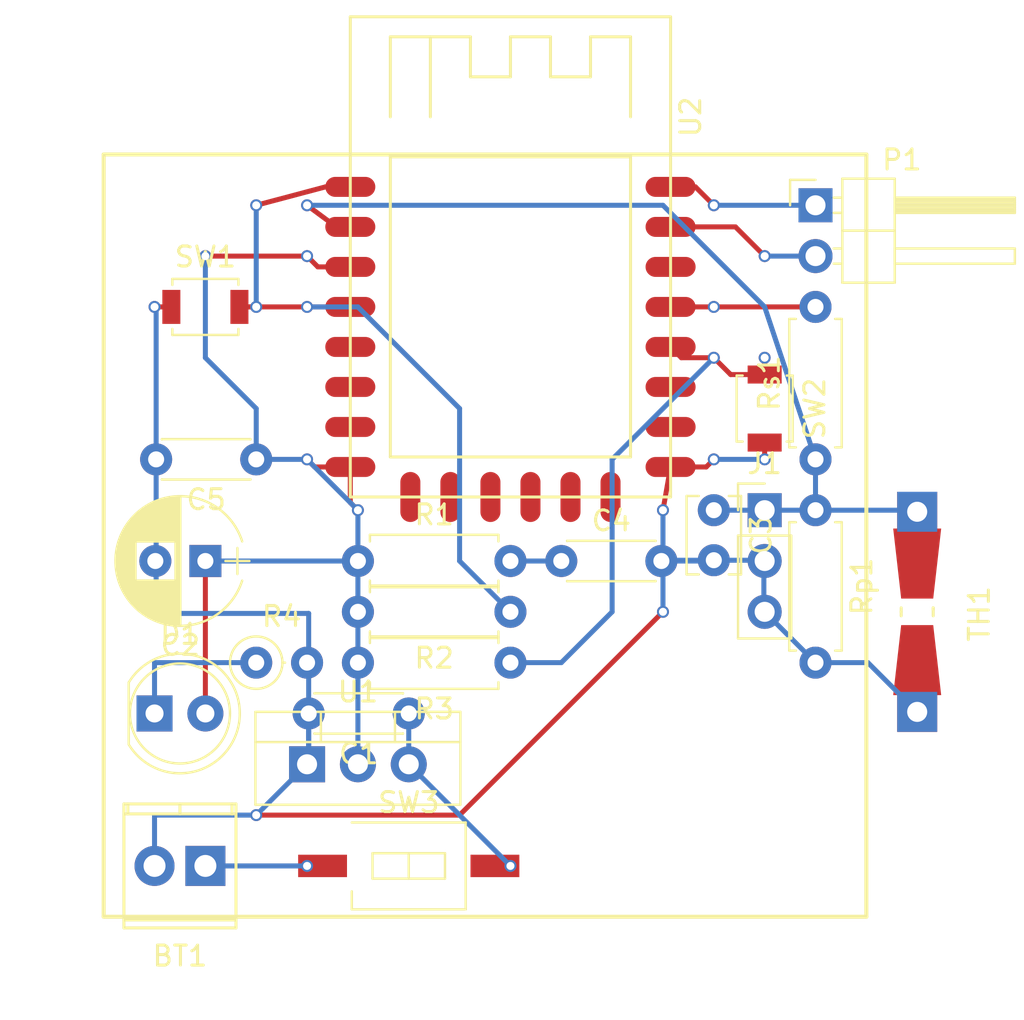
<source format=kicad_pcb>
(kicad_pcb (version 4) (host pcbnew 4.0.5)

  (general
    (links 42)
    (no_connects 0)
    (area 7.519999 4.979999 58.885001 55.980001)
    (thickness 1.6)
    (drawings 8)
    (tracks 121)
    (zones 0)
    (modules 21)
    (nets 25)
  )

  (page A4)
  (layers
    (0 F.Cu signal)
    (31 B.Cu signal)
    (32 B.Adhes user)
    (33 F.Adhes user)
    (34 B.Paste user)
    (35 F.Paste user)
    (36 B.SilkS user)
    (37 F.SilkS user)
    (38 B.Mask user)
    (39 F.Mask user)
    (40 Dwgs.User user)
    (41 Cmts.User user)
    (42 Eco1.User user)
    (43 Eco2.User user)
    (44 Edge.Cuts user)
    (45 Margin user)
    (46 B.CrtYd user)
    (47 F.CrtYd user)
    (48 B.Fab user)
    (49 F.Fab user)
  )

  (setup
    (last_trace_width 0.25)
    (trace_clearance 0.2)
    (zone_clearance 0.508)
    (zone_45_only no)
    (trace_min 0.2)
    (segment_width 0.2)
    (edge_width 0.15)
    (via_size 0.6)
    (via_drill 0.4)
    (via_min_size 0.4)
    (via_min_drill 0.3)
    (uvia_size 0.3)
    (uvia_drill 0.1)
    (uvias_allowed no)
    (uvia_min_size 0.2)
    (uvia_min_drill 0.1)
    (pcb_text_width 0.3)
    (pcb_text_size 1.5 1.5)
    (mod_edge_width 0.15)
    (mod_text_size 1 1)
    (mod_text_width 0.15)
    (pad_size 1.524 1.524)
    (pad_drill 0.762)
    (pad_to_mask_clearance 0.2)
    (aux_axis_origin 0 0)
    (grid_origin 12.7 12.7)
    (visible_elements FFFFFF7F)
    (pcbplotparams
      (layerselection 0x00020_00000001)
      (usegerberextensions false)
      (excludeedgelayer true)
      (linewidth 0.254000)
      (plotframeref false)
      (viasonmask false)
      (mode 1)
      (useauxorigin false)
      (hpglpennumber 1)
      (hpglpenspeed 20)
      (hpglpendiameter 15)
      (hpglpenoverlay 2)
      (psnegative false)
      (psa4output false)
      (plotreference true)
      (plotvalue true)
      (plotinvisibletext false)
      (padsonsilk false)
      (subtractmaskfromsilk false)
      (outputformat 4)
      (mirror false)
      (drillshape 0)
      (scaleselection 1)
      (outputdirectory ""))
  )

  (net 0 "")
  (net 1 GND)
  (net 2 "Net-(BT1-Pad1)")
  (net 3 "Net-(C1-Pad1)")
  (net 4 +3V3)
  (net 5 /ADC)
  (net 6 "Net-(C4-Pad1)")
  (net 7 "Net-(D1-Pad1)")
  (net 8 "Net-(P1-Pad1)")
  (net 9 "Net-(P1-Pad2)")
  (net 10 /~RST)
  (net 11 "Net-(R3-Pad1)")
  (net 12 /SENSE_PWR)
  (net 13 "Net-(U2-Pad16)")
  (net 14 "Net-(U2-Pad10)")
  (net 15 "Net-(U2-Pad6)")
  (net 16 "Net-(U2-Pad7)")
  (net 17 "Net-(U2-Pad9)")
  (net 18 "Net-(U2-Pad11)")
  (net 19 "Net-(U2-Pad12)")
  (net 20 "Net-(U2-Pad13)")
  (net 21 "Net-(U2-Pad14)")
  (net 22 "Net-(U2-Pad17)")
  (net 23 "Net-(U2-Pad20)")
  (net 24 "Net-(U2-Pad5)")

  (net_class Default "This is the default net class."
    (clearance 0.2)
    (trace_width 0.25)
    (via_dia 0.6)
    (via_drill 0.4)
    (uvia_dia 0.3)
    (uvia_drill 0.1)
    (add_net +3V3)
    (add_net /ADC)
    (add_net /SENSE_PWR)
    (add_net /~RST)
    (add_net GND)
    (add_net "Net-(BT1-Pad1)")
    (add_net "Net-(C1-Pad1)")
    (add_net "Net-(C4-Pad1)")
    (add_net "Net-(D1-Pad1)")
    (add_net "Net-(P1-Pad1)")
    (add_net "Net-(P1-Pad2)")
    (add_net "Net-(R3-Pad1)")
    (add_net "Net-(U2-Pad10)")
    (add_net "Net-(U2-Pad11)")
    (add_net "Net-(U2-Pad12)")
    (add_net "Net-(U2-Pad13)")
    (add_net "Net-(U2-Pad14)")
    (add_net "Net-(U2-Pad16)")
    (add_net "Net-(U2-Pad17)")
    (add_net "Net-(U2-Pad20)")
    (add_net "Net-(U2-Pad5)")
    (add_net "Net-(U2-Pad6)")
    (add_net "Net-(U2-Pad7)")
    (add_net "Net-(U2-Pad9)")
  )

  (module Connectors_Terminal_Blocks:TerminalBlock_Pheonix_MPT-2.54mm_2pol (layer F.Cu) (tedit 0) (tstamp 59025E52)
    (at 17.78 48.26 180)
    (descr "2-way 2.54mm pitch terminal block, Phoenix MPT series")
    (path /59027C92)
    (fp_text reference BT1 (at 1.27 -4.50088 180) (layer F.SilkS)
      (effects (font (size 1 1) (thickness 0.15)))
    )
    (fp_text value 4x1.5V (at 1.27 4.50088 180) (layer F.Fab)
      (effects (font (size 1 1) (thickness 0.15)))
    )
    (fp_line (start -1.7 -3.3) (end 4.3 -3.3) (layer F.CrtYd) (width 0.05))
    (fp_line (start -1.7 3.3) (end -1.7 -3.3) (layer F.CrtYd) (width 0.05))
    (fp_line (start 4.3 3.3) (end -1.7 3.3) (layer F.CrtYd) (width 0.05))
    (fp_line (start 4.3 -3.3) (end 4.3 3.3) (layer F.CrtYd) (width 0.05))
    (fp_line (start 4.06908 2.60096) (end -1.52908 2.60096) (layer F.SilkS) (width 0.15))
    (fp_line (start -1.33096 3.0988) (end -1.33096 2.60096) (layer F.SilkS) (width 0.15))
    (fp_line (start 3.87096 2.60096) (end 3.87096 3.0988) (layer F.SilkS) (width 0.15))
    (fp_line (start 1.27 3.0988) (end 1.27 2.60096) (layer F.SilkS) (width 0.15))
    (fp_line (start -1.52908 -2.70002) (end 4.06908 -2.70002) (layer F.SilkS) (width 0.15))
    (fp_line (start -1.52908 3.0988) (end 4.06908 3.0988) (layer F.SilkS) (width 0.15))
    (fp_line (start 4.06908 3.0988) (end 4.06908 -3.0988) (layer F.SilkS) (width 0.15))
    (fp_line (start 4.06908 -3.0988) (end -1.52908 -3.0988) (layer F.SilkS) (width 0.15))
    (fp_line (start -1.52908 -3.0988) (end -1.52908 3.0988) (layer F.SilkS) (width 0.15))
    (pad 2 thru_hole oval (at 2.54 0 180) (size 1.99898 1.99898) (drill 1.09728) (layers *.Cu *.Mask)
      (net 1 GND))
    (pad 1 thru_hole rect (at 0 0 180) (size 1.99898 1.99898) (drill 1.09728) (layers *.Cu *.Mask)
      (net 2 "Net-(BT1-Pad1)"))
    (model Terminal_Blocks.3dshapes/TerminalBlock_Pheonix_MPT-2.54mm_2pol.wrl
      (at (xyz 0.05 0 0))
      (scale (xyz 1 1 1))
      (rotate (xyz 0 0 0))
    )
  )

  (module Capacitors_THT:C_Disc_D4.3mm_W1.9mm_P5.00mm (layer F.Cu) (tedit 58765D06) (tstamp 59025E58)
    (at 27.94 40.64 180)
    (descr "C, Disc series, Radial, pin pitch=5.00mm, , diameter*width=4.3*1.9mm^2, Capacitor, http://www.vishay.com/docs/45233/krseries.pdf")
    (tags "C Disc series Radial pin pitch 5.00mm  diameter 4.3mm width 1.9mm Capacitor")
    (path /59027E51)
    (fp_text reference C1 (at 2.5 -2.01 180) (layer F.SilkS)
      (effects (font (size 1 1) (thickness 0.15)))
    )
    (fp_text value 100n (at 2.5 2.01 180) (layer F.Fab)
      (effects (font (size 1 1) (thickness 0.15)))
    )
    (fp_line (start 0.35 -0.95) (end 0.35 0.95) (layer F.Fab) (width 0.1))
    (fp_line (start 0.35 0.95) (end 4.65 0.95) (layer F.Fab) (width 0.1))
    (fp_line (start 4.65 0.95) (end 4.65 -0.95) (layer F.Fab) (width 0.1))
    (fp_line (start 4.65 -0.95) (end 0.35 -0.95) (layer F.Fab) (width 0.1))
    (fp_line (start 0.29 -1.01) (end 4.71 -1.01) (layer F.SilkS) (width 0.12))
    (fp_line (start 0.29 1.01) (end 4.71 1.01) (layer F.SilkS) (width 0.12))
    (fp_line (start 0.29 -1.01) (end 0.29 -0.996) (layer F.SilkS) (width 0.12))
    (fp_line (start 0.29 0.996) (end 0.29 1.01) (layer F.SilkS) (width 0.12))
    (fp_line (start 4.71 -1.01) (end 4.71 -0.996) (layer F.SilkS) (width 0.12))
    (fp_line (start 4.71 0.996) (end 4.71 1.01) (layer F.SilkS) (width 0.12))
    (fp_line (start -1.05 -1.3) (end -1.05 1.3) (layer F.CrtYd) (width 0.05))
    (fp_line (start -1.05 1.3) (end 6.05 1.3) (layer F.CrtYd) (width 0.05))
    (fp_line (start 6.05 1.3) (end 6.05 -1.3) (layer F.CrtYd) (width 0.05))
    (fp_line (start 6.05 -1.3) (end -1.05 -1.3) (layer F.CrtYd) (width 0.05))
    (pad 1 thru_hole circle (at 0 0 180) (size 1.6 1.6) (drill 0.8) (layers *.Cu *.Mask)
      (net 3 "Net-(C1-Pad1)"))
    (pad 2 thru_hole circle (at 5 0 180) (size 1.6 1.6) (drill 0.8) (layers *.Cu *.Mask)
      (net 1 GND))
    (model Capacitors_THT.3dshapes/C_Disc_D4.3mm_W1.9mm_P5.00mm.wrl
      (at (xyz 0 0 0))
      (scale (xyz 0.393701 0.393701 0.393701))
      (rotate (xyz 0 0 0))
    )
  )

  (module Capacitors_THT:CP_Radial_D6.3mm_P2.50mm (layer F.Cu) (tedit 58765D06) (tstamp 59025E5E)
    (at 17.78 33.02 180)
    (descr "CP, Radial series, Radial, pin pitch=2.50mm, , diameter=6.3mm, Electrolytic Capacitor")
    (tags "CP Radial series Radial pin pitch 2.50mm  diameter 6.3mm Electrolytic Capacitor")
    (path /59027F3B)
    (fp_text reference C2 (at 1.25 -4.21 180) (layer F.SilkS)
      (effects (font (size 1 1) (thickness 0.15)))
    )
    (fp_text value 10u (at 1.25 4.21 180) (layer F.Fab)
      (effects (font (size 1 1) (thickness 0.15)))
    )
    (fp_arc (start 1.25 0) (end -1.838236 -0.98) (angle 144.8) (layer F.SilkS) (width 0.12))
    (fp_arc (start 1.25 0) (end -1.838236 0.98) (angle -144.8) (layer F.SilkS) (width 0.12))
    (fp_arc (start 1.25 0) (end 4.338236 -0.98) (angle 35.2) (layer F.SilkS) (width 0.12))
    (fp_circle (center 1.25 0) (end 4.4 0) (layer F.Fab) (width 0.1))
    (fp_line (start -2.2 0) (end -1 0) (layer F.Fab) (width 0.1))
    (fp_line (start -1.6 -0.65) (end -1.6 0.65) (layer F.Fab) (width 0.1))
    (fp_line (start 1.25 -3.2) (end 1.25 3.2) (layer F.SilkS) (width 0.12))
    (fp_line (start 1.29 -3.2) (end 1.29 3.2) (layer F.SilkS) (width 0.12))
    (fp_line (start 1.33 -3.2) (end 1.33 3.2) (layer F.SilkS) (width 0.12))
    (fp_line (start 1.37 -3.198) (end 1.37 3.198) (layer F.SilkS) (width 0.12))
    (fp_line (start 1.41 -3.197) (end 1.41 3.197) (layer F.SilkS) (width 0.12))
    (fp_line (start 1.45 -3.194) (end 1.45 3.194) (layer F.SilkS) (width 0.12))
    (fp_line (start 1.49 -3.192) (end 1.49 3.192) (layer F.SilkS) (width 0.12))
    (fp_line (start 1.53 -3.188) (end 1.53 -0.98) (layer F.SilkS) (width 0.12))
    (fp_line (start 1.53 0.98) (end 1.53 3.188) (layer F.SilkS) (width 0.12))
    (fp_line (start 1.57 -3.185) (end 1.57 -0.98) (layer F.SilkS) (width 0.12))
    (fp_line (start 1.57 0.98) (end 1.57 3.185) (layer F.SilkS) (width 0.12))
    (fp_line (start 1.61 -3.18) (end 1.61 -0.98) (layer F.SilkS) (width 0.12))
    (fp_line (start 1.61 0.98) (end 1.61 3.18) (layer F.SilkS) (width 0.12))
    (fp_line (start 1.65 -3.176) (end 1.65 -0.98) (layer F.SilkS) (width 0.12))
    (fp_line (start 1.65 0.98) (end 1.65 3.176) (layer F.SilkS) (width 0.12))
    (fp_line (start 1.69 -3.17) (end 1.69 -0.98) (layer F.SilkS) (width 0.12))
    (fp_line (start 1.69 0.98) (end 1.69 3.17) (layer F.SilkS) (width 0.12))
    (fp_line (start 1.73 -3.165) (end 1.73 -0.98) (layer F.SilkS) (width 0.12))
    (fp_line (start 1.73 0.98) (end 1.73 3.165) (layer F.SilkS) (width 0.12))
    (fp_line (start 1.77 -3.158) (end 1.77 -0.98) (layer F.SilkS) (width 0.12))
    (fp_line (start 1.77 0.98) (end 1.77 3.158) (layer F.SilkS) (width 0.12))
    (fp_line (start 1.81 -3.152) (end 1.81 -0.98) (layer F.SilkS) (width 0.12))
    (fp_line (start 1.81 0.98) (end 1.81 3.152) (layer F.SilkS) (width 0.12))
    (fp_line (start 1.85 -3.144) (end 1.85 -0.98) (layer F.SilkS) (width 0.12))
    (fp_line (start 1.85 0.98) (end 1.85 3.144) (layer F.SilkS) (width 0.12))
    (fp_line (start 1.89 -3.137) (end 1.89 -0.98) (layer F.SilkS) (width 0.12))
    (fp_line (start 1.89 0.98) (end 1.89 3.137) (layer F.SilkS) (width 0.12))
    (fp_line (start 1.93 -3.128) (end 1.93 -0.98) (layer F.SilkS) (width 0.12))
    (fp_line (start 1.93 0.98) (end 1.93 3.128) (layer F.SilkS) (width 0.12))
    (fp_line (start 1.971 -3.119) (end 1.971 -0.98) (layer F.SilkS) (width 0.12))
    (fp_line (start 1.971 0.98) (end 1.971 3.119) (layer F.SilkS) (width 0.12))
    (fp_line (start 2.011 -3.11) (end 2.011 -0.98) (layer F.SilkS) (width 0.12))
    (fp_line (start 2.011 0.98) (end 2.011 3.11) (layer F.SilkS) (width 0.12))
    (fp_line (start 2.051 -3.1) (end 2.051 -0.98) (layer F.SilkS) (width 0.12))
    (fp_line (start 2.051 0.98) (end 2.051 3.1) (layer F.SilkS) (width 0.12))
    (fp_line (start 2.091 -3.09) (end 2.091 -0.98) (layer F.SilkS) (width 0.12))
    (fp_line (start 2.091 0.98) (end 2.091 3.09) (layer F.SilkS) (width 0.12))
    (fp_line (start 2.131 -3.079) (end 2.131 -0.98) (layer F.SilkS) (width 0.12))
    (fp_line (start 2.131 0.98) (end 2.131 3.079) (layer F.SilkS) (width 0.12))
    (fp_line (start 2.171 -3.067) (end 2.171 -0.98) (layer F.SilkS) (width 0.12))
    (fp_line (start 2.171 0.98) (end 2.171 3.067) (layer F.SilkS) (width 0.12))
    (fp_line (start 2.211 -3.055) (end 2.211 -0.98) (layer F.SilkS) (width 0.12))
    (fp_line (start 2.211 0.98) (end 2.211 3.055) (layer F.SilkS) (width 0.12))
    (fp_line (start 2.251 -3.042) (end 2.251 -0.98) (layer F.SilkS) (width 0.12))
    (fp_line (start 2.251 0.98) (end 2.251 3.042) (layer F.SilkS) (width 0.12))
    (fp_line (start 2.291 -3.029) (end 2.291 -0.98) (layer F.SilkS) (width 0.12))
    (fp_line (start 2.291 0.98) (end 2.291 3.029) (layer F.SilkS) (width 0.12))
    (fp_line (start 2.331 -3.015) (end 2.331 -0.98) (layer F.SilkS) (width 0.12))
    (fp_line (start 2.331 0.98) (end 2.331 3.015) (layer F.SilkS) (width 0.12))
    (fp_line (start 2.371 -3.001) (end 2.371 -0.98) (layer F.SilkS) (width 0.12))
    (fp_line (start 2.371 0.98) (end 2.371 3.001) (layer F.SilkS) (width 0.12))
    (fp_line (start 2.411 -2.986) (end 2.411 -0.98) (layer F.SilkS) (width 0.12))
    (fp_line (start 2.411 0.98) (end 2.411 2.986) (layer F.SilkS) (width 0.12))
    (fp_line (start 2.451 -2.97) (end 2.451 -0.98) (layer F.SilkS) (width 0.12))
    (fp_line (start 2.451 0.98) (end 2.451 2.97) (layer F.SilkS) (width 0.12))
    (fp_line (start 2.491 -2.954) (end 2.491 -0.98) (layer F.SilkS) (width 0.12))
    (fp_line (start 2.491 0.98) (end 2.491 2.954) (layer F.SilkS) (width 0.12))
    (fp_line (start 2.531 -2.937) (end 2.531 -0.98) (layer F.SilkS) (width 0.12))
    (fp_line (start 2.531 0.98) (end 2.531 2.937) (layer F.SilkS) (width 0.12))
    (fp_line (start 2.571 -2.919) (end 2.571 -0.98) (layer F.SilkS) (width 0.12))
    (fp_line (start 2.571 0.98) (end 2.571 2.919) (layer F.SilkS) (width 0.12))
    (fp_line (start 2.611 -2.901) (end 2.611 -0.98) (layer F.SilkS) (width 0.12))
    (fp_line (start 2.611 0.98) (end 2.611 2.901) (layer F.SilkS) (width 0.12))
    (fp_line (start 2.651 -2.882) (end 2.651 -0.98) (layer F.SilkS) (width 0.12))
    (fp_line (start 2.651 0.98) (end 2.651 2.882) (layer F.SilkS) (width 0.12))
    (fp_line (start 2.691 -2.863) (end 2.691 -0.98) (layer F.SilkS) (width 0.12))
    (fp_line (start 2.691 0.98) (end 2.691 2.863) (layer F.SilkS) (width 0.12))
    (fp_line (start 2.731 -2.843) (end 2.731 -0.98) (layer F.SilkS) (width 0.12))
    (fp_line (start 2.731 0.98) (end 2.731 2.843) (layer F.SilkS) (width 0.12))
    (fp_line (start 2.771 -2.822) (end 2.771 -0.98) (layer F.SilkS) (width 0.12))
    (fp_line (start 2.771 0.98) (end 2.771 2.822) (layer F.SilkS) (width 0.12))
    (fp_line (start 2.811 -2.8) (end 2.811 -0.98) (layer F.SilkS) (width 0.12))
    (fp_line (start 2.811 0.98) (end 2.811 2.8) (layer F.SilkS) (width 0.12))
    (fp_line (start 2.851 -2.778) (end 2.851 -0.98) (layer F.SilkS) (width 0.12))
    (fp_line (start 2.851 0.98) (end 2.851 2.778) (layer F.SilkS) (width 0.12))
    (fp_line (start 2.891 -2.755) (end 2.891 -0.98) (layer F.SilkS) (width 0.12))
    (fp_line (start 2.891 0.98) (end 2.891 2.755) (layer F.SilkS) (width 0.12))
    (fp_line (start 2.931 -2.731) (end 2.931 -0.98) (layer F.SilkS) (width 0.12))
    (fp_line (start 2.931 0.98) (end 2.931 2.731) (layer F.SilkS) (width 0.12))
    (fp_line (start 2.971 -2.706) (end 2.971 -0.98) (layer F.SilkS) (width 0.12))
    (fp_line (start 2.971 0.98) (end 2.971 2.706) (layer F.SilkS) (width 0.12))
    (fp_line (start 3.011 -2.681) (end 3.011 -0.98) (layer F.SilkS) (width 0.12))
    (fp_line (start 3.011 0.98) (end 3.011 2.681) (layer F.SilkS) (width 0.12))
    (fp_line (start 3.051 -2.654) (end 3.051 -0.98) (layer F.SilkS) (width 0.12))
    (fp_line (start 3.051 0.98) (end 3.051 2.654) (layer F.SilkS) (width 0.12))
    (fp_line (start 3.091 -2.627) (end 3.091 -0.98) (layer F.SilkS) (width 0.12))
    (fp_line (start 3.091 0.98) (end 3.091 2.627) (layer F.SilkS) (width 0.12))
    (fp_line (start 3.131 -2.599) (end 3.131 -0.98) (layer F.SilkS) (width 0.12))
    (fp_line (start 3.131 0.98) (end 3.131 2.599) (layer F.SilkS) (width 0.12))
    (fp_line (start 3.171 -2.57) (end 3.171 -0.98) (layer F.SilkS) (width 0.12))
    (fp_line (start 3.171 0.98) (end 3.171 2.57) (layer F.SilkS) (width 0.12))
    (fp_line (start 3.211 -2.54) (end 3.211 -0.98) (layer F.SilkS) (width 0.12))
    (fp_line (start 3.211 0.98) (end 3.211 2.54) (layer F.SilkS) (width 0.12))
    (fp_line (start 3.251 -2.51) (end 3.251 -0.98) (layer F.SilkS) (width 0.12))
    (fp_line (start 3.251 0.98) (end 3.251 2.51) (layer F.SilkS) (width 0.12))
    (fp_line (start 3.291 -2.478) (end 3.291 -0.98) (layer F.SilkS) (width 0.12))
    (fp_line (start 3.291 0.98) (end 3.291 2.478) (layer F.SilkS) (width 0.12))
    (fp_line (start 3.331 -2.445) (end 3.331 -0.98) (layer F.SilkS) (width 0.12))
    (fp_line (start 3.331 0.98) (end 3.331 2.445) (layer F.SilkS) (width 0.12))
    (fp_line (start 3.371 -2.411) (end 3.371 -0.98) (layer F.SilkS) (width 0.12))
    (fp_line (start 3.371 0.98) (end 3.371 2.411) (layer F.SilkS) (width 0.12))
    (fp_line (start 3.411 -2.375) (end 3.411 -0.98) (layer F.SilkS) (width 0.12))
    (fp_line (start 3.411 0.98) (end 3.411 2.375) (layer F.SilkS) (width 0.12))
    (fp_line (start 3.451 -2.339) (end 3.451 -0.98) (layer F.SilkS) (width 0.12))
    (fp_line (start 3.451 0.98) (end 3.451 2.339) (layer F.SilkS) (width 0.12))
    (fp_line (start 3.491 -2.301) (end 3.491 2.301) (layer F.SilkS) (width 0.12))
    (fp_line (start 3.531 -2.262) (end 3.531 2.262) (layer F.SilkS) (width 0.12))
    (fp_line (start 3.571 -2.222) (end 3.571 2.222) (layer F.SilkS) (width 0.12))
    (fp_line (start 3.611 -2.18) (end 3.611 2.18) (layer F.SilkS) (width 0.12))
    (fp_line (start 3.651 -2.137) (end 3.651 2.137) (layer F.SilkS) (width 0.12))
    (fp_line (start 3.691 -2.092) (end 3.691 2.092) (layer F.SilkS) (width 0.12))
    (fp_line (start 3.731 -2.045) (end 3.731 2.045) (layer F.SilkS) (width 0.12))
    (fp_line (start 3.771 -1.997) (end 3.771 1.997) (layer F.SilkS) (width 0.12))
    (fp_line (start 3.811 -1.946) (end 3.811 1.946) (layer F.SilkS) (width 0.12))
    (fp_line (start 3.851 -1.894) (end 3.851 1.894) (layer F.SilkS) (width 0.12))
    (fp_line (start 3.891 -1.839) (end 3.891 1.839) (layer F.SilkS) (width 0.12))
    (fp_line (start 3.931 -1.781) (end 3.931 1.781) (layer F.SilkS) (width 0.12))
    (fp_line (start 3.971 -1.721) (end 3.971 1.721) (layer F.SilkS) (width 0.12))
    (fp_line (start 4.011 -1.658) (end 4.011 1.658) (layer F.SilkS) (width 0.12))
    (fp_line (start 4.051 -1.591) (end 4.051 1.591) (layer F.SilkS) (width 0.12))
    (fp_line (start 4.091 -1.52) (end 4.091 1.52) (layer F.SilkS) (width 0.12))
    (fp_line (start 4.131 -1.445) (end 4.131 1.445) (layer F.SilkS) (width 0.12))
    (fp_line (start 4.171 -1.364) (end 4.171 1.364) (layer F.SilkS) (width 0.12))
    (fp_line (start 4.211 -1.278) (end 4.211 1.278) (layer F.SilkS) (width 0.12))
    (fp_line (start 4.251 -1.184) (end 4.251 1.184) (layer F.SilkS) (width 0.12))
    (fp_line (start 4.291 -1.081) (end 4.291 1.081) (layer F.SilkS) (width 0.12))
    (fp_line (start 4.331 -0.966) (end 4.331 0.966) (layer F.SilkS) (width 0.12))
    (fp_line (start 4.371 -0.834) (end 4.371 0.834) (layer F.SilkS) (width 0.12))
    (fp_line (start 4.411 -0.676) (end 4.411 0.676) (layer F.SilkS) (width 0.12))
    (fp_line (start 4.451 -0.468) (end 4.451 0.468) (layer F.SilkS) (width 0.12))
    (fp_line (start -2.2 0) (end -1 0) (layer F.SilkS) (width 0.12))
    (fp_line (start -1.6 -0.65) (end -1.6 0.65) (layer F.SilkS) (width 0.12))
    (fp_line (start -2.25 -3.5) (end -2.25 3.5) (layer F.CrtYd) (width 0.05))
    (fp_line (start -2.25 3.5) (end 4.75 3.5) (layer F.CrtYd) (width 0.05))
    (fp_line (start 4.75 3.5) (end 4.75 -3.5) (layer F.CrtYd) (width 0.05))
    (fp_line (start 4.75 -3.5) (end -2.25 -3.5) (layer F.CrtYd) (width 0.05))
    (pad 1 thru_hole rect (at 0 0 180) (size 1.6 1.6) (drill 0.8) (layers *.Cu *.Mask)
      (net 4 +3V3))
    (pad 2 thru_hole circle (at 2.5 0 180) (size 1.6 1.6) (drill 0.8) (layers *.Cu *.Mask)
      (net 1 GND))
    (model Capacitors_THT.3dshapes/CP_Radial_D6.3mm_P2.50mm.wrl
      (at (xyz 0 0 0))
      (scale (xyz 0.393701 0.393701 0.393701))
      (rotate (xyz 0 0 0))
    )
  )

  (module Capacitors_THT:C_Disc_D3.8mm_W2.6mm_P2.50mm (layer F.Cu) (tedit 58765D06) (tstamp 59025E64)
    (at 43.18 30.48 270)
    (descr "C, Disc series, Radial, pin pitch=2.50mm, , diameter*width=3.8*2.6mm^2, Capacitor, http://www.vishay.com/docs/45233/krseries.pdf")
    (tags "C Disc series Radial pin pitch 2.50mm  diameter 3.8mm width 2.6mm Capacitor")
    (path /58E60BF5)
    (fp_text reference C3 (at 1.25 -2.36 270) (layer F.SilkS)
      (effects (font (size 1 1) (thickness 0.15)))
    )
    (fp_text value 33n (at 1.25 2.36 270) (layer F.Fab)
      (effects (font (size 1 1) (thickness 0.15)))
    )
    (fp_line (start -0.65 -1.3) (end -0.65 1.3) (layer F.Fab) (width 0.1))
    (fp_line (start -0.65 1.3) (end 3.15 1.3) (layer F.Fab) (width 0.1))
    (fp_line (start 3.15 1.3) (end 3.15 -1.3) (layer F.Fab) (width 0.1))
    (fp_line (start 3.15 -1.3) (end -0.65 -1.3) (layer F.Fab) (width 0.1))
    (fp_line (start -0.71 -1.36) (end 3.21 -1.36) (layer F.SilkS) (width 0.12))
    (fp_line (start -0.71 1.36) (end 3.21 1.36) (layer F.SilkS) (width 0.12))
    (fp_line (start -0.71 -1.36) (end -0.71 -0.75) (layer F.SilkS) (width 0.12))
    (fp_line (start -0.71 0.75) (end -0.71 1.36) (layer F.SilkS) (width 0.12))
    (fp_line (start 3.21 -1.36) (end 3.21 -0.75) (layer F.SilkS) (width 0.12))
    (fp_line (start 3.21 0.75) (end 3.21 1.36) (layer F.SilkS) (width 0.12))
    (fp_line (start -1.05 -1.65) (end -1.05 1.65) (layer F.CrtYd) (width 0.05))
    (fp_line (start -1.05 1.65) (end 3.55 1.65) (layer F.CrtYd) (width 0.05))
    (fp_line (start 3.55 1.65) (end 3.55 -1.65) (layer F.CrtYd) (width 0.05))
    (fp_line (start 3.55 -1.65) (end -1.05 -1.65) (layer F.CrtYd) (width 0.05))
    (pad 1 thru_hole circle (at 0 0 270) (size 1.6 1.6) (drill 0.8) (layers *.Cu *.Mask)
      (net 5 /ADC))
    (pad 2 thru_hole circle (at 2.5 0 270) (size 1.6 1.6) (drill 0.8) (layers *.Cu *.Mask)
      (net 1 GND))
    (model Capacitors_THT.3dshapes/C_Disc_D3.8mm_W2.6mm_P2.50mm.wrl
      (at (xyz 0 0 0))
      (scale (xyz 0.393701 0.393701 0.393701))
      (rotate (xyz 0 0 0))
    )
  )

  (module Capacitors_THT:C_Disc_D4.3mm_W1.9mm_P5.00mm (layer F.Cu) (tedit 58765D06) (tstamp 59025E6A)
    (at 35.56 33.02)
    (descr "C, Disc series, Radial, pin pitch=5.00mm, , diameter*width=4.3*1.9mm^2, Capacitor, http://www.vishay.com/docs/45233/krseries.pdf")
    (tags "C Disc series Radial pin pitch 5.00mm  diameter 4.3mm width 1.9mm Capacitor")
    (path /59023831)
    (fp_text reference C4 (at 2.5 -2.01) (layer F.SilkS)
      (effects (font (size 1 1) (thickness 0.15)))
    )
    (fp_text value 10n (at 2.5 2.01) (layer F.Fab)
      (effects (font (size 1 1) (thickness 0.15)))
    )
    (fp_line (start 0.35 -0.95) (end 0.35 0.95) (layer F.Fab) (width 0.1))
    (fp_line (start 0.35 0.95) (end 4.65 0.95) (layer F.Fab) (width 0.1))
    (fp_line (start 4.65 0.95) (end 4.65 -0.95) (layer F.Fab) (width 0.1))
    (fp_line (start 4.65 -0.95) (end 0.35 -0.95) (layer F.Fab) (width 0.1))
    (fp_line (start 0.29 -1.01) (end 4.71 -1.01) (layer F.SilkS) (width 0.12))
    (fp_line (start 0.29 1.01) (end 4.71 1.01) (layer F.SilkS) (width 0.12))
    (fp_line (start 0.29 -1.01) (end 0.29 -0.996) (layer F.SilkS) (width 0.12))
    (fp_line (start 0.29 0.996) (end 0.29 1.01) (layer F.SilkS) (width 0.12))
    (fp_line (start 4.71 -1.01) (end 4.71 -0.996) (layer F.SilkS) (width 0.12))
    (fp_line (start 4.71 0.996) (end 4.71 1.01) (layer F.SilkS) (width 0.12))
    (fp_line (start -1.05 -1.3) (end -1.05 1.3) (layer F.CrtYd) (width 0.05))
    (fp_line (start -1.05 1.3) (end 6.05 1.3) (layer F.CrtYd) (width 0.05))
    (fp_line (start 6.05 1.3) (end 6.05 -1.3) (layer F.CrtYd) (width 0.05))
    (fp_line (start 6.05 -1.3) (end -1.05 -1.3) (layer F.CrtYd) (width 0.05))
    (pad 1 thru_hole circle (at 0 0) (size 1.6 1.6) (drill 0.8) (layers *.Cu *.Mask)
      (net 6 "Net-(C4-Pad1)"))
    (pad 2 thru_hole circle (at 5 0) (size 1.6 1.6) (drill 0.8) (layers *.Cu *.Mask)
      (net 1 GND))
    (model Capacitors_THT.3dshapes/C_Disc_D4.3mm_W1.9mm_P5.00mm.wrl
      (at (xyz 0 0 0))
      (scale (xyz 0.393701 0.393701 0.393701))
      (rotate (xyz 0 0 0))
    )
  )

  (module Capacitors_THT:C_Disc_D4.3mm_W1.9mm_P5.00mm (layer F.Cu) (tedit 58765D06) (tstamp 59025E70)
    (at 20.32 27.94 180)
    (descr "C, Disc series, Radial, pin pitch=5.00mm, , diameter*width=4.3*1.9mm^2, Capacitor, http://www.vishay.com/docs/45233/krseries.pdf")
    (tags "C Disc series Radial pin pitch 5.00mm  diameter 4.3mm width 1.9mm Capacitor")
    (path /590230CC)
    (fp_text reference C5 (at 2.5 -2.01 180) (layer F.SilkS)
      (effects (font (size 1 1) (thickness 0.15)))
    )
    (fp_text value 47n (at 2.5 2.01 180) (layer F.Fab)
      (effects (font (size 1 1) (thickness 0.15)))
    )
    (fp_line (start 0.35 -0.95) (end 0.35 0.95) (layer F.Fab) (width 0.1))
    (fp_line (start 0.35 0.95) (end 4.65 0.95) (layer F.Fab) (width 0.1))
    (fp_line (start 4.65 0.95) (end 4.65 -0.95) (layer F.Fab) (width 0.1))
    (fp_line (start 4.65 -0.95) (end 0.35 -0.95) (layer F.Fab) (width 0.1))
    (fp_line (start 0.29 -1.01) (end 4.71 -1.01) (layer F.SilkS) (width 0.12))
    (fp_line (start 0.29 1.01) (end 4.71 1.01) (layer F.SilkS) (width 0.12))
    (fp_line (start 0.29 -1.01) (end 0.29 -0.996) (layer F.SilkS) (width 0.12))
    (fp_line (start 0.29 0.996) (end 0.29 1.01) (layer F.SilkS) (width 0.12))
    (fp_line (start 4.71 -1.01) (end 4.71 -0.996) (layer F.SilkS) (width 0.12))
    (fp_line (start 4.71 0.996) (end 4.71 1.01) (layer F.SilkS) (width 0.12))
    (fp_line (start -1.05 -1.3) (end -1.05 1.3) (layer F.CrtYd) (width 0.05))
    (fp_line (start -1.05 1.3) (end 6.05 1.3) (layer F.CrtYd) (width 0.05))
    (fp_line (start 6.05 1.3) (end 6.05 -1.3) (layer F.CrtYd) (width 0.05))
    (fp_line (start 6.05 -1.3) (end -1.05 -1.3) (layer F.CrtYd) (width 0.05))
    (pad 1 thru_hole circle (at 0 0 180) (size 1.6 1.6) (drill 0.8) (layers *.Cu *.Mask)
      (net 4 +3V3))
    (pad 2 thru_hole circle (at 5 0 180) (size 1.6 1.6) (drill 0.8) (layers *.Cu *.Mask)
      (net 1 GND))
    (model Capacitors_THT.3dshapes/C_Disc_D4.3mm_W1.9mm_P5.00mm.wrl
      (at (xyz 0 0 0))
      (scale (xyz 0.393701 0.393701 0.393701))
      (rotate (xyz 0 0 0))
    )
  )

  (module LEDs:LED_D5.0mm (layer F.Cu) (tedit 587A3A7B) (tstamp 59025E76)
    (at 15.24 40.64)
    (descr "LED, diameter 5.0mm, 2 pins, http://cdn-reichelt.de/documents/datenblatt/A500/LL-504BC2E-009.pdf")
    (tags "LED diameter 5.0mm 2 pins")
    (path /59036B62)
    (fp_text reference D1 (at 1.27 -3.96) (layer F.SilkS)
      (effects (font (size 1 1) (thickness 0.15)))
    )
    (fp_text value LED_ALT (at 1.27 3.96) (layer F.Fab)
      (effects (font (size 1 1) (thickness 0.15)))
    )
    (fp_arc (start 1.27 0) (end -1.23 -1.469694) (angle 299.1) (layer F.Fab) (width 0.1))
    (fp_arc (start 1.27 0) (end -1.29 -1.54483) (angle 148.9) (layer F.SilkS) (width 0.12))
    (fp_arc (start 1.27 0) (end -1.29 1.54483) (angle -148.9) (layer F.SilkS) (width 0.12))
    (fp_circle (center 1.27 0) (end 3.77 0) (layer F.Fab) (width 0.1))
    (fp_circle (center 1.27 0) (end 3.77 0) (layer F.SilkS) (width 0.12))
    (fp_line (start -1.23 -1.469694) (end -1.23 1.469694) (layer F.Fab) (width 0.1))
    (fp_line (start -1.29 -1.545) (end -1.29 1.545) (layer F.SilkS) (width 0.12))
    (fp_line (start -1.95 -3.25) (end -1.95 3.25) (layer F.CrtYd) (width 0.05))
    (fp_line (start -1.95 3.25) (end 4.5 3.25) (layer F.CrtYd) (width 0.05))
    (fp_line (start 4.5 3.25) (end 4.5 -3.25) (layer F.CrtYd) (width 0.05))
    (fp_line (start 4.5 -3.25) (end -1.95 -3.25) (layer F.CrtYd) (width 0.05))
    (pad 1 thru_hole rect (at 0 0) (size 1.8 1.8) (drill 0.9) (layers *.Cu *.Mask)
      (net 7 "Net-(D1-Pad1)"))
    (pad 2 thru_hole circle (at 2.54 0) (size 1.8 1.8) (drill 0.9) (layers *.Cu *.Mask)
      (net 4 +3V3))
    (model LEDs.3dshapes/LED_D5.0mm.wrl
      (at (xyz 0 0 0))
      (scale (xyz 0.393701 0.393701 0.393701))
      (rotate (xyz 0 0 0))
    )
  )

  (module Pin_Headers:Pin_Header_Straight_1x03_Pitch2.54mm (layer F.Cu) (tedit 58CD4EC1) (tstamp 59025E7D)
    (at 45.72 30.48)
    (descr "Through hole straight pin header, 1x03, 2.54mm pitch, single row")
    (tags "Through hole pin header THT 1x03 2.54mm single row")
    (path /5901CB3A)
    (fp_text reference J1 (at 0 -2.33) (layer F.SilkS)
      (effects (font (size 1 1) (thickness 0.15)))
    )
    (fp_text value JACK_TRS (at 0 7.41) (layer F.Fab)
      (effects (font (size 1 1) (thickness 0.15)))
    )
    (fp_line (start -1.27 -1.27) (end -1.27 6.35) (layer F.Fab) (width 0.1))
    (fp_line (start -1.27 6.35) (end 1.27 6.35) (layer F.Fab) (width 0.1))
    (fp_line (start 1.27 6.35) (end 1.27 -1.27) (layer F.Fab) (width 0.1))
    (fp_line (start 1.27 -1.27) (end -1.27 -1.27) (layer F.Fab) (width 0.1))
    (fp_line (start -1.33 1.27) (end -1.33 6.41) (layer F.SilkS) (width 0.12))
    (fp_line (start -1.33 6.41) (end 1.33 6.41) (layer F.SilkS) (width 0.12))
    (fp_line (start 1.33 6.41) (end 1.33 1.27) (layer F.SilkS) (width 0.12))
    (fp_line (start 1.33 1.27) (end -1.33 1.27) (layer F.SilkS) (width 0.12))
    (fp_line (start -1.33 0) (end -1.33 -1.33) (layer F.SilkS) (width 0.12))
    (fp_line (start -1.33 -1.33) (end 0 -1.33) (layer F.SilkS) (width 0.12))
    (fp_line (start -1.8 -1.8) (end -1.8 6.85) (layer F.CrtYd) (width 0.05))
    (fp_line (start -1.8 6.85) (end 1.8 6.85) (layer F.CrtYd) (width 0.05))
    (fp_line (start 1.8 6.85) (end 1.8 -1.8) (layer F.CrtYd) (width 0.05))
    (fp_line (start 1.8 -1.8) (end -1.8 -1.8) (layer F.CrtYd) (width 0.05))
    (fp_text user %R (at 0 -2.33) (layer F.Fab)
      (effects (font (size 1 1) (thickness 0.15)))
    )
    (pad 1 thru_hole rect (at 0 0) (size 1.7 1.7) (drill 1) (layers *.Cu *.Mask)
      (net 5 /ADC))
    (pad 2 thru_hole oval (at 0 2.54) (size 1.7 1.7) (drill 1) (layers *.Cu *.Mask)
      (net 1 GND))
    (pad 3 thru_hole oval (at 0 5.08) (size 1.7 1.7) (drill 1) (layers *.Cu *.Mask)
      (net 1 GND))
    (model ${KISYS3DMOD}/Pin_Headers.3dshapes/Pin_Header_Straight_1x03_Pitch2.54mm.wrl
      (at (xyz 0 -0.1 0))
      (scale (xyz 1 1 1))
      (rotate (xyz 0 0 90))
    )
  )

  (module Pin_Headers:Pin_Header_Angled_1x02_Pitch2.54mm (layer F.Cu) (tedit 58CD4EC1) (tstamp 59025E83)
    (at 48.26 15.24)
    (descr "Through hole angled pin header, 1x02, 2.54mm pitch, 6mm pin length, single row")
    (tags "Through hole angled pin header THT 1x02 2.54mm single row")
    (path /5902983F)
    (fp_text reference P1 (at 4.315 -2.27) (layer F.SilkS)
      (effects (font (size 1 1) (thickness 0.15)))
    )
    (fp_text value UART0 (at 4.315 4.81) (layer F.Fab)
      (effects (font (size 1 1) (thickness 0.15)))
    )
    (fp_line (start 1.4 -1.27) (end 1.4 1.27) (layer F.Fab) (width 0.1))
    (fp_line (start 1.4 1.27) (end 3.9 1.27) (layer F.Fab) (width 0.1))
    (fp_line (start 3.9 1.27) (end 3.9 -1.27) (layer F.Fab) (width 0.1))
    (fp_line (start 3.9 -1.27) (end 1.4 -1.27) (layer F.Fab) (width 0.1))
    (fp_line (start 0 -0.32) (end 0 0.32) (layer F.Fab) (width 0.1))
    (fp_line (start 0 0.32) (end 9.9 0.32) (layer F.Fab) (width 0.1))
    (fp_line (start 9.9 0.32) (end 9.9 -0.32) (layer F.Fab) (width 0.1))
    (fp_line (start 9.9 -0.32) (end 0 -0.32) (layer F.Fab) (width 0.1))
    (fp_line (start 1.4 1.27) (end 1.4 3.81) (layer F.Fab) (width 0.1))
    (fp_line (start 1.4 3.81) (end 3.9 3.81) (layer F.Fab) (width 0.1))
    (fp_line (start 3.9 3.81) (end 3.9 1.27) (layer F.Fab) (width 0.1))
    (fp_line (start 3.9 1.27) (end 1.4 1.27) (layer F.Fab) (width 0.1))
    (fp_line (start 0 2.22) (end 0 2.86) (layer F.Fab) (width 0.1))
    (fp_line (start 0 2.86) (end 9.9 2.86) (layer F.Fab) (width 0.1))
    (fp_line (start 9.9 2.86) (end 9.9 2.22) (layer F.Fab) (width 0.1))
    (fp_line (start 9.9 2.22) (end 0 2.22) (layer F.Fab) (width 0.1))
    (fp_line (start 1.34 -1.33) (end 1.34 1.27) (layer F.SilkS) (width 0.12))
    (fp_line (start 1.34 1.27) (end 3.96 1.27) (layer F.SilkS) (width 0.12))
    (fp_line (start 3.96 1.27) (end 3.96 -1.33) (layer F.SilkS) (width 0.12))
    (fp_line (start 3.96 -1.33) (end 1.34 -1.33) (layer F.SilkS) (width 0.12))
    (fp_line (start 3.96 -0.38) (end 3.96 0.38) (layer F.SilkS) (width 0.12))
    (fp_line (start 3.96 0.38) (end 9.96 0.38) (layer F.SilkS) (width 0.12))
    (fp_line (start 9.96 0.38) (end 9.96 -0.38) (layer F.SilkS) (width 0.12))
    (fp_line (start 9.96 -0.38) (end 3.96 -0.38) (layer F.SilkS) (width 0.12))
    (fp_line (start 0.91 -0.38) (end 1.34 -0.38) (layer F.SilkS) (width 0.12))
    (fp_line (start 0.91 0.38) (end 1.34 0.38) (layer F.SilkS) (width 0.12))
    (fp_line (start 3.96 -0.26) (end 9.96 -0.26) (layer F.SilkS) (width 0.12))
    (fp_line (start 3.96 -0.14) (end 9.96 -0.14) (layer F.SilkS) (width 0.12))
    (fp_line (start 3.96 -0.02) (end 9.96 -0.02) (layer F.SilkS) (width 0.12))
    (fp_line (start 3.96 0.1) (end 9.96 0.1) (layer F.SilkS) (width 0.12))
    (fp_line (start 3.96 0.22) (end 9.96 0.22) (layer F.SilkS) (width 0.12))
    (fp_line (start 3.96 0.34) (end 9.96 0.34) (layer F.SilkS) (width 0.12))
    (fp_line (start 1.34 1.27) (end 1.34 3.87) (layer F.SilkS) (width 0.12))
    (fp_line (start 1.34 3.87) (end 3.96 3.87) (layer F.SilkS) (width 0.12))
    (fp_line (start 3.96 3.87) (end 3.96 1.27) (layer F.SilkS) (width 0.12))
    (fp_line (start 3.96 1.27) (end 1.34 1.27) (layer F.SilkS) (width 0.12))
    (fp_line (start 3.96 2.16) (end 3.96 2.92) (layer F.SilkS) (width 0.12))
    (fp_line (start 3.96 2.92) (end 9.96 2.92) (layer F.SilkS) (width 0.12))
    (fp_line (start 9.96 2.92) (end 9.96 2.16) (layer F.SilkS) (width 0.12))
    (fp_line (start 9.96 2.16) (end 3.96 2.16) (layer F.SilkS) (width 0.12))
    (fp_line (start 0.91 2.16) (end 1.34 2.16) (layer F.SilkS) (width 0.12))
    (fp_line (start 0.91 2.92) (end 1.34 2.92) (layer F.SilkS) (width 0.12))
    (fp_line (start -1.27 0) (end -1.27 -1.27) (layer F.SilkS) (width 0.12))
    (fp_line (start -1.27 -1.27) (end 0 -1.27) (layer F.SilkS) (width 0.12))
    (fp_line (start -1.8 -1.8) (end -1.8 4.35) (layer F.CrtYd) (width 0.05))
    (fp_line (start -1.8 4.35) (end 10.4 4.35) (layer F.CrtYd) (width 0.05))
    (fp_line (start 10.4 4.35) (end 10.4 -1.8) (layer F.CrtYd) (width 0.05))
    (fp_line (start 10.4 -1.8) (end -1.8 -1.8) (layer F.CrtYd) (width 0.05))
    (fp_text user %R (at 4.315 -2.27) (layer F.Fab)
      (effects (font (size 1 1) (thickness 0.15)))
    )
    (pad 1 thru_hole rect (at 0 0) (size 1.7 1.7) (drill 1) (layers *.Cu *.Mask)
      (net 8 "Net-(P1-Pad1)"))
    (pad 2 thru_hole oval (at 0 2.54) (size 1.7 1.7) (drill 1) (layers *.Cu *.Mask)
      (net 9 "Net-(P1-Pad2)"))
    (model ${KISYS3DMOD}/Pin_Headers.3dshapes/Pin_Header_Angled_1x02_Pitch2.54mm.wrl
      (at (xyz 0 -0.05 0))
      (scale (xyz 1 1 1))
      (rotate (xyz 0 0 90))
    )
  )

  (module Buttons_Switches_SMD:SW_DIP_x1_W8.61mm_Slide_LowProfile (layer F.Cu) (tedit 586545EC) (tstamp 59025EBD)
    (at 27.94 48.26)
    (descr "1x-dip-switch, Slide, row spacing 8.61 mm (338 mils), SMD, LowProfile")
    (tags "DIP Switch Slide 8.61mm 338mil SMD LowProfile")
    (path /590368FE)
    (attr smd)
    (fp_text reference SW3 (at 0 -3.17) (layer F.SilkS)
      (effects (font (size 1 1) (thickness 0.15)))
    )
    (fp_text value SW_SPST (at 0 3.17) (layer F.Fab)
      (effects (font (size 1 1) (thickness 0.15)))
    )
    (fp_line (start -2.34 -2.05) (end 3.34 -2.05) (layer F.Fab) (width 0.1))
    (fp_line (start 3.34 -2.05) (end 3.34 2.05) (layer F.Fab) (width 0.1))
    (fp_line (start 3.34 2.05) (end -3.34 2.05) (layer F.Fab) (width 0.1))
    (fp_line (start -3.34 2.05) (end -3.34 -1.05) (layer F.Fab) (width 0.1))
    (fp_line (start -3.34 -1.05) (end -2.34 -2.05) (layer F.Fab) (width 0.1))
    (fp_line (start -1.81 -0.635) (end -1.81 0.635) (layer F.Fab) (width 0.1))
    (fp_line (start -1.81 0.635) (end 1.81 0.635) (layer F.Fab) (width 0.1))
    (fp_line (start 1.81 0.635) (end 1.81 -0.635) (layer F.Fab) (width 0.1))
    (fp_line (start 1.81 -0.635) (end -1.81 -0.635) (layer F.Fab) (width 0.1))
    (fp_line (start 0 -0.635) (end 0 0.635) (layer F.Fab) (width 0.1))
    (fp_line (start -2.845 -2.17) (end 2.845 -2.17) (layer F.SilkS) (width 0.12))
    (fp_line (start 2.845 -2.17) (end 2.845 2.17) (layer F.SilkS) (width 0.12))
    (fp_line (start 2.845 2.17) (end -2.845 2.17) (layer F.SilkS) (width 0.12))
    (fp_line (start -2.845 2.17) (end -2.845 1.27) (layer F.SilkS) (width 0.12))
    (fp_line (start -1.81 -0.635) (end -1.81 0.635) (layer F.SilkS) (width 0.12))
    (fp_line (start -1.81 0.635) (end 1.81 0.635) (layer F.SilkS) (width 0.12))
    (fp_line (start 1.81 0.635) (end 1.81 -0.635) (layer F.SilkS) (width 0.12))
    (fp_line (start 1.81 -0.635) (end -1.81 -0.635) (layer F.SilkS) (width 0.12))
    (fp_line (start 0 -0.635) (end 0 0.635) (layer F.SilkS) (width 0.12))
    (fp_line (start -5.8 -2.5) (end -5.8 2.5) (layer F.CrtYd) (width 0.05))
    (fp_line (start -5.8 2.5) (end 5.8 2.5) (layer F.CrtYd) (width 0.05))
    (fp_line (start 5.8 2.5) (end 5.8 -2.5) (layer F.CrtYd) (width 0.05))
    (fp_line (start 5.8 -2.5) (end -5.8 -2.5) (layer F.CrtYd) (width 0.05))
    (pad 1 smd rect (at -4.305 0) (size 2.44 1.12) (layers F.Cu F.Mask)
      (net 2 "Net-(BT1-Pad1)"))
    (pad 2 smd rect (at 4.305 0) (size 2.44 1.12) (layers F.Cu F.Mask)
      (net 3 "Net-(C1-Pad1)"))
    (model Buttons_Switches.3dshapes/SW_DIP_x1_W8.61mm_Slide_LowProfile.wrl
      (at (xyz 0 0 0))
      (scale (xyz 1 1 1))
      (rotate (xyz 0 0 90))
    )
  )

  (module Resistors_Universal:Resistor_SMD+THTuniversal_0805to1206_RM10_HandSoldering (layer F.Cu) (tedit 0) (tstamp 59025EC5)
    (at 53.34 35.56 270)
    (descr "Resistor, SMD and THT, universal, 0805 to 1206,RM10,  Hand soldering,")
    (tags "Resistor, SMD and THT, universal, 0805 to 1206, RM10, Hand soldering,")
    (path /58E2AD26)
    (fp_text reference TH1 (at 0.09906 -3.0988 270) (layer F.SilkS)
      (effects (font (size 1 1) (thickness 0.15)))
    )
    (fp_text value Thermistor_NTC (at -0.39878 4.20116 270) (layer F.Fab)
      (effects (font (size 1 1) (thickness 0.15)))
    )
    (fp_line (start 0 0.8001) (end 0.20066 0.8001) (layer F.SilkS) (width 0.15))
    (fp_line (start 0 0.8001) (end -0.20066 0.8001) (layer F.SilkS) (width 0.15))
    (fp_line (start -0.09906 -0.8001) (end -0.20066 -0.8001) (layer F.SilkS) (width 0.15))
    (fp_line (start -0.20066 -0.8001) (end 0.20066 -0.8001) (layer F.SilkS) (width 0.15))
    (pad 1 smd trapezoid (at -2.413 0 270) (size 3.50012 1.99898) (rect_delta 0.39878 0 ) (layers F.Cu F.Paste F.Mask)
      (net 5 /ADC))
    (pad 2 smd trapezoid (at 2.413 0 90) (size 3.50012 1.99898) (rect_delta 0.39878 0 ) (layers F.Cu F.Paste F.Mask)
      (net 1 GND))
    (pad 1 thru_hole rect (at -5.00126 0 90) (size 1.99898 1.99898) (drill 1.00076) (layers *.Cu *.Mask)
      (net 5 /ADC))
    (pad 2 thru_hole rect (at 5.00126 0 90) (size 1.99898 1.99898) (drill 1.00076) (layers *.Cu *.Mask)
      (net 1 GND))
  )

  (module espressif:ESP-12F (layer F.Cu) (tedit 5902590A) (tstamp 59025EE7)
    (at 33.02 20.32)
    (path /59022795)
    (fp_text reference U2 (at 9 -9.5 90) (layer F.SilkS)
      (effects (font (size 1 1) (thickness 0.15)))
    )
    (fp_text value ESP-12F (at -9 -10.5 90) (layer F.Fab)
      (effects (font (size 1 1) (thickness 0.15)))
    )
    (fp_line (start -6 -7.5) (end 6 -7.5) (layer F.SilkS) (width 0.15))
    (fp_line (start 6 -7.5) (end 6 7.5) (layer F.SilkS) (width 0.15))
    (fp_line (start 6 7.5) (end -6 7.5) (layer F.SilkS) (width 0.15))
    (fp_line (start -6 7.5) (end -6 -7.5) (layer F.SilkS) (width 0.15))
    (fp_line (start -6 -13.5) (end -2 -13.5) (layer F.SilkS) (width 0.15))
    (fp_line (start -2 -13.5) (end -2 -11.5) (layer F.SilkS) (width 0.15))
    (fp_line (start -2 -11.5) (end 0 -11.5) (layer F.SilkS) (width 0.15))
    (fp_line (start 0 -11.5) (end 0 -13.5) (layer F.SilkS) (width 0.15))
    (fp_line (start 0 -13.5) (end 2 -13.5) (layer F.SilkS) (width 0.15))
    (fp_line (start 2 -13.5) (end 2 -11.5) (layer F.SilkS) (width 0.15))
    (fp_line (start 2 -11.5) (end 4 -11.5) (layer F.SilkS) (width 0.15))
    (fp_line (start 4 -11.5) (end 4 -13.5) (layer F.SilkS) (width 0.15))
    (fp_line (start 4 -13.5) (end 6 -13.5) (layer F.SilkS) (width 0.15))
    (fp_line (start 6 -13.5) (end 6 -9.5) (layer F.SilkS) (width 0.15))
    (fp_line (start -4 -13.5) (end -4 -9.5) (layer F.SilkS) (width 0.15))
    (fp_line (start -6 -13.5) (end -6 -9.5) (layer F.SilkS) (width 0.15))
    (fp_line (start -8 -14.5) (end 8 -14.5) (layer F.SilkS) (width 0.15))
    (fp_line (start 8 -14.5) (end 8 9.5) (layer F.SilkS) (width 0.15))
    (fp_line (start 8 9.5) (end -8 9.5) (layer F.SilkS) (width 0.15))
    (fp_line (start -8 9.5) (end -8 -14.5) (layer F.SilkS) (width 0.15))
    (pad 16 smd oval (at 8 6 180) (size 2.5 1) (layers F.Cu F.Paste F.Mask)
      (net 13 "Net-(U2-Pad16)"))
    (pad 15 smd oval (at 8 8 180) (size 2.5 1) (layers F.Cu F.Paste F.Mask)
      (net 1 GND))
    (pad 10 smd oval (at -3 9.5 90) (size 2.5 1) (layers F.Cu F.Paste F.Mask)
      (net 14 "Net-(U2-Pad10)"))
    (pad 1 smd oval (at -8 -6) (size 2.5 1) (layers F.Cu F.Paste F.Mask)
      (net 10 /~RST))
    (pad 2 smd oval (at -8 -4) (size 2.5 1) (layers F.Cu F.Paste F.Mask)
      (net 5 /ADC))
    (pad 3 smd oval (at -8 -2) (size 2.5 1) (layers F.Cu F.Paste F.Mask)
      (net 4 +3V3))
    (pad 4 smd oval (at -8 0) (size 2.5 1) (layers F.Cu F.Paste F.Mask)
      (net 10 /~RST))
    (pad 5 smd oval (at -8 2) (size 2.5 1) (layers F.Cu F.Paste F.Mask)
      (net 24 "Net-(U2-Pad5)"))
    (pad 6 smd oval (at -8 4) (size 2.5 1) (layers F.Cu F.Paste F.Mask)
      (net 15 "Net-(U2-Pad6)"))
    (pad 7 smd oval (at -8 6) (size 2.5 1) (layers F.Cu F.Paste F.Mask)
      (net 16 "Net-(U2-Pad7)"))
    (pad 8 smd oval (at -8 8) (size 2.5 1) (layers F.Cu F.Paste F.Mask)
      (net 4 +3V3))
    (pad 9 smd oval (at -5 9.5 90) (size 2.5 1) (layers F.Cu F.Paste F.Mask)
      (net 17 "Net-(U2-Pad9)"))
    (pad 11 smd oval (at -1 9.5 90) (size 2.5 1) (layers F.Cu F.Paste F.Mask)
      (net 18 "Net-(U2-Pad11)"))
    (pad 12 smd oval (at 1 9.5 90) (size 2.5 1) (layers F.Cu F.Paste F.Mask)
      (net 19 "Net-(U2-Pad12)"))
    (pad 13 smd oval (at 3 9.5 90) (size 2.5 1) (layers F.Cu F.Paste F.Mask)
      (net 20 "Net-(U2-Pad13)"))
    (pad 14 smd oval (at 5 9.5 90) (size 2.5 1) (layers F.Cu F.Paste F.Mask)
      (net 21 "Net-(U2-Pad14)"))
    (pad 17 smd oval (at 8 4 180) (size 2.5 1) (layers F.Cu F.Paste F.Mask)
      (net 22 "Net-(U2-Pad17)"))
    (pad 18 smd oval (at 8 2 180) (size 2.5 1) (layers F.Cu F.Paste F.Mask)
      (net 11 "Net-(R3-Pad1)"))
    (pad 19 smd oval (at 8 0 180) (size 2.5 1) (layers F.Cu F.Paste F.Mask)
      (net 12 /SENSE_PWR))
    (pad 20 smd oval (at 8 -2 180) (size 2.5 1) (layers F.Cu F.Paste F.Mask)
      (net 23 "Net-(U2-Pad20)"))
    (pad 21 smd oval (at 8 -4 180) (size 2.5 1) (layers F.Cu F.Paste F.Mask)
      (net 9 "Net-(P1-Pad2)"))
    (pad 22 smd oval (at 8 -6 180) (size 2.5 1) (layers F.Cu F.Paste F.Mask)
      (net 8 "Net-(P1-Pad1)"))
  )

  (module Resistors_THT:R_Axial_DIN0207_L6.3mm_D2.5mm_P7.62mm_Horizontal (layer F.Cu) (tedit 5874F706) (tstamp 590261FA)
    (at 25.4 33.02)
    (descr "Resistor, Axial_DIN0207 series, Axial, Horizontal, pin pitch=7.62mm, 0.25W = 1/4W, length*diameter=6.3*2.5mm^2, http://cdn-reichelt.de/documents/datenblatt/B400/1_4W%23YAG.pdf")
    (tags "Resistor Axial_DIN0207 series Axial Horizontal pin pitch 7.62mm 0.25W = 1/4W length 6.3mm diameter 2.5mm")
    (path /590235C2)
    (fp_text reference R1 (at 3.81 -2.31) (layer F.SilkS)
      (effects (font (size 1 1) (thickness 0.15)))
    )
    (fp_text value 10M (at 3.81 2.31) (layer F.Fab)
      (effects (font (size 1 1) (thickness 0.15)))
    )
    (fp_line (start 0.66 -1.25) (end 0.66 1.25) (layer F.Fab) (width 0.1))
    (fp_line (start 0.66 1.25) (end 6.96 1.25) (layer F.Fab) (width 0.1))
    (fp_line (start 6.96 1.25) (end 6.96 -1.25) (layer F.Fab) (width 0.1))
    (fp_line (start 6.96 -1.25) (end 0.66 -1.25) (layer F.Fab) (width 0.1))
    (fp_line (start 0 0) (end 0.66 0) (layer F.Fab) (width 0.1))
    (fp_line (start 7.62 0) (end 6.96 0) (layer F.Fab) (width 0.1))
    (fp_line (start 0.6 -0.98) (end 0.6 -1.31) (layer F.SilkS) (width 0.12))
    (fp_line (start 0.6 -1.31) (end 7.02 -1.31) (layer F.SilkS) (width 0.12))
    (fp_line (start 7.02 -1.31) (end 7.02 -0.98) (layer F.SilkS) (width 0.12))
    (fp_line (start 0.6 0.98) (end 0.6 1.31) (layer F.SilkS) (width 0.12))
    (fp_line (start 0.6 1.31) (end 7.02 1.31) (layer F.SilkS) (width 0.12))
    (fp_line (start 7.02 1.31) (end 7.02 0.98) (layer F.SilkS) (width 0.12))
    (fp_line (start -1.05 -1.6) (end -1.05 1.6) (layer F.CrtYd) (width 0.05))
    (fp_line (start -1.05 1.6) (end 8.7 1.6) (layer F.CrtYd) (width 0.05))
    (fp_line (start 8.7 1.6) (end 8.7 -1.6) (layer F.CrtYd) (width 0.05))
    (fp_line (start 8.7 -1.6) (end -1.05 -1.6) (layer F.CrtYd) (width 0.05))
    (pad 1 thru_hole circle (at 0 0) (size 1.6 1.6) (drill 0.8) (layers *.Cu *.Mask)
      (net 4 +3V3))
    (pad 2 thru_hole oval (at 7.62 0) (size 1.6 1.6) (drill 0.8) (layers *.Cu *.Mask)
      (net 6 "Net-(C4-Pad1)"))
    (model Resistors_THT.3dshapes/R_Axial_DIN0207_L6.3mm_D2.5mm_P7.62mm_Horizontal.wrl
      (at (xyz 0 0 0))
      (scale (xyz 0.393701 0.393701 0.393701))
      (rotate (xyz 0 0 0))
    )
  )

  (module Resistors_THT:R_Axial_DIN0207_L6.3mm_D2.5mm_P7.62mm_Horizontal (layer F.Cu) (tedit 5874F706) (tstamp 590261FF)
    (at 33.02 35.56 180)
    (descr "Resistor, Axial_DIN0207 series, Axial, Horizontal, pin pitch=7.62mm, 0.25W = 1/4W, length*diameter=6.3*2.5mm^2, http://cdn-reichelt.de/documents/datenblatt/B400/1_4W%23YAG.pdf")
    (tags "Resistor Axial_DIN0207 series Axial Horizontal pin pitch 7.62mm 0.25W = 1/4W length 6.3mm diameter 2.5mm")
    (path /59023A41)
    (fp_text reference R2 (at 3.81 -2.31 180) (layer F.SilkS)
      (effects (font (size 1 1) (thickness 0.15)))
    )
    (fp_text value 33k (at 3.81 2.31 180) (layer F.Fab)
      (effects (font (size 1 1) (thickness 0.15)))
    )
    (fp_line (start 0.66 -1.25) (end 0.66 1.25) (layer F.Fab) (width 0.1))
    (fp_line (start 0.66 1.25) (end 6.96 1.25) (layer F.Fab) (width 0.1))
    (fp_line (start 6.96 1.25) (end 6.96 -1.25) (layer F.Fab) (width 0.1))
    (fp_line (start 6.96 -1.25) (end 0.66 -1.25) (layer F.Fab) (width 0.1))
    (fp_line (start 0 0) (end 0.66 0) (layer F.Fab) (width 0.1))
    (fp_line (start 7.62 0) (end 6.96 0) (layer F.Fab) (width 0.1))
    (fp_line (start 0.6 -0.98) (end 0.6 -1.31) (layer F.SilkS) (width 0.12))
    (fp_line (start 0.6 -1.31) (end 7.02 -1.31) (layer F.SilkS) (width 0.12))
    (fp_line (start 7.02 -1.31) (end 7.02 -0.98) (layer F.SilkS) (width 0.12))
    (fp_line (start 0.6 0.98) (end 0.6 1.31) (layer F.SilkS) (width 0.12))
    (fp_line (start 0.6 1.31) (end 7.02 1.31) (layer F.SilkS) (width 0.12))
    (fp_line (start 7.02 1.31) (end 7.02 0.98) (layer F.SilkS) (width 0.12))
    (fp_line (start -1.05 -1.6) (end -1.05 1.6) (layer F.CrtYd) (width 0.05))
    (fp_line (start -1.05 1.6) (end 8.7 1.6) (layer F.CrtYd) (width 0.05))
    (fp_line (start 8.7 1.6) (end 8.7 -1.6) (layer F.CrtYd) (width 0.05))
    (fp_line (start 8.7 -1.6) (end -1.05 -1.6) (layer F.CrtYd) (width 0.05))
    (pad 1 thru_hole circle (at 0 0 180) (size 1.6 1.6) (drill 0.8) (layers *.Cu *.Mask)
      (net 10 /~RST))
    (pad 2 thru_hole oval (at 7.62 0 180) (size 1.6 1.6) (drill 0.8) (layers *.Cu *.Mask)
      (net 4 +3V3))
    (model Resistors_THT.3dshapes/R_Axial_DIN0207_L6.3mm_D2.5mm_P7.62mm_Horizontal.wrl
      (at (xyz 0 0 0))
      (scale (xyz 0.393701 0.393701 0.393701))
      (rotate (xyz 0 0 0))
    )
  )

  (module Resistors_THT:R_Axial_DIN0207_L6.3mm_D2.5mm_P7.62mm_Horizontal (layer F.Cu) (tedit 5874F706) (tstamp 59026204)
    (at 33.02 38.1 180)
    (descr "Resistor, Axial_DIN0207 series, Axial, Horizontal, pin pitch=7.62mm, 0.25W = 1/4W, length*diameter=6.3*2.5mm^2, http://cdn-reichelt.de/documents/datenblatt/B400/1_4W%23YAG.pdf")
    (tags "Resistor Axial_DIN0207 series Axial Horizontal pin pitch 7.62mm 0.25W = 1/4W length 6.3mm diameter 2.5mm")
    (path /59024191)
    (fp_text reference R3 (at 3.81 -2.31 180) (layer F.SilkS)
      (effects (font (size 1 1) (thickness 0.15)))
    )
    (fp_text value 33k (at 3.81 2.31 180) (layer F.Fab)
      (effects (font (size 1 1) (thickness 0.15)))
    )
    (fp_line (start 0.66 -1.25) (end 0.66 1.25) (layer F.Fab) (width 0.1))
    (fp_line (start 0.66 1.25) (end 6.96 1.25) (layer F.Fab) (width 0.1))
    (fp_line (start 6.96 1.25) (end 6.96 -1.25) (layer F.Fab) (width 0.1))
    (fp_line (start 6.96 -1.25) (end 0.66 -1.25) (layer F.Fab) (width 0.1))
    (fp_line (start 0 0) (end 0.66 0) (layer F.Fab) (width 0.1))
    (fp_line (start 7.62 0) (end 6.96 0) (layer F.Fab) (width 0.1))
    (fp_line (start 0.6 -0.98) (end 0.6 -1.31) (layer F.SilkS) (width 0.12))
    (fp_line (start 0.6 -1.31) (end 7.02 -1.31) (layer F.SilkS) (width 0.12))
    (fp_line (start 7.02 -1.31) (end 7.02 -0.98) (layer F.SilkS) (width 0.12))
    (fp_line (start 0.6 0.98) (end 0.6 1.31) (layer F.SilkS) (width 0.12))
    (fp_line (start 0.6 1.31) (end 7.02 1.31) (layer F.SilkS) (width 0.12))
    (fp_line (start 7.02 1.31) (end 7.02 0.98) (layer F.SilkS) (width 0.12))
    (fp_line (start -1.05 -1.6) (end -1.05 1.6) (layer F.CrtYd) (width 0.05))
    (fp_line (start -1.05 1.6) (end 8.7 1.6) (layer F.CrtYd) (width 0.05))
    (fp_line (start 8.7 1.6) (end 8.7 -1.6) (layer F.CrtYd) (width 0.05))
    (fp_line (start 8.7 -1.6) (end -1.05 -1.6) (layer F.CrtYd) (width 0.05))
    (pad 1 thru_hole circle (at 0 0 180) (size 1.6 1.6) (drill 0.8) (layers *.Cu *.Mask)
      (net 11 "Net-(R3-Pad1)"))
    (pad 2 thru_hole oval (at 7.62 0 180) (size 1.6 1.6) (drill 0.8) (layers *.Cu *.Mask)
      (net 4 +3V3))
    (model Resistors_THT.3dshapes/R_Axial_DIN0207_L6.3mm_D2.5mm_P7.62mm_Horizontal.wrl
      (at (xyz 0 0 0))
      (scale (xyz 0.393701 0.393701 0.393701))
      (rotate (xyz 0 0 0))
    )
  )

  (module Resistors_THT:R_Axial_DIN0207_L6.3mm_D2.5mm_P7.62mm_Horizontal (layer F.Cu) (tedit 5874F706) (tstamp 5902620E)
    (at 48.26 30.48 270)
    (descr "Resistor, Axial_DIN0207 series, Axial, Horizontal, pin pitch=7.62mm, 0.25W = 1/4W, length*diameter=6.3*2.5mm^2, http://cdn-reichelt.de/documents/datenblatt/B400/1_4W%23YAG.pdf")
    (tags "Resistor Axial_DIN0207 series Axial Horizontal pin pitch 7.62mm 0.25W = 1/4W length 6.3mm diameter 2.5mm")
    (path /58E602EC)
    (fp_text reference Rp1 (at 3.81 -2.31 270) (layer F.SilkS)
      (effects (font (size 1 1) (thickness 0.15)))
    )
    (fp_text value 15k (at 3.81 2.31 270) (layer F.Fab)
      (effects (font (size 1 1) (thickness 0.15)))
    )
    (fp_line (start 0.66 -1.25) (end 0.66 1.25) (layer F.Fab) (width 0.1))
    (fp_line (start 0.66 1.25) (end 6.96 1.25) (layer F.Fab) (width 0.1))
    (fp_line (start 6.96 1.25) (end 6.96 -1.25) (layer F.Fab) (width 0.1))
    (fp_line (start 6.96 -1.25) (end 0.66 -1.25) (layer F.Fab) (width 0.1))
    (fp_line (start 0 0) (end 0.66 0) (layer F.Fab) (width 0.1))
    (fp_line (start 7.62 0) (end 6.96 0) (layer F.Fab) (width 0.1))
    (fp_line (start 0.6 -0.98) (end 0.6 -1.31) (layer F.SilkS) (width 0.12))
    (fp_line (start 0.6 -1.31) (end 7.02 -1.31) (layer F.SilkS) (width 0.12))
    (fp_line (start 7.02 -1.31) (end 7.02 -0.98) (layer F.SilkS) (width 0.12))
    (fp_line (start 0.6 0.98) (end 0.6 1.31) (layer F.SilkS) (width 0.12))
    (fp_line (start 0.6 1.31) (end 7.02 1.31) (layer F.SilkS) (width 0.12))
    (fp_line (start 7.02 1.31) (end 7.02 0.98) (layer F.SilkS) (width 0.12))
    (fp_line (start -1.05 -1.6) (end -1.05 1.6) (layer F.CrtYd) (width 0.05))
    (fp_line (start -1.05 1.6) (end 8.7 1.6) (layer F.CrtYd) (width 0.05))
    (fp_line (start 8.7 1.6) (end 8.7 -1.6) (layer F.CrtYd) (width 0.05))
    (fp_line (start 8.7 -1.6) (end -1.05 -1.6) (layer F.CrtYd) (width 0.05))
    (pad 1 thru_hole circle (at 0 0 270) (size 1.6 1.6) (drill 0.8) (layers *.Cu *.Mask)
      (net 5 /ADC))
    (pad 2 thru_hole oval (at 7.62 0 270) (size 1.6 1.6) (drill 0.8) (layers *.Cu *.Mask)
      (net 1 GND))
    (model Resistors_THT.3dshapes/R_Axial_DIN0207_L6.3mm_D2.5mm_P7.62mm_Horizontal.wrl
      (at (xyz 0 0 0))
      (scale (xyz 0.393701 0.393701 0.393701))
      (rotate (xyz 0 0 0))
    )
  )

  (module Resistors_THT:R_Axial_DIN0207_L6.3mm_D2.5mm_P7.62mm_Horizontal (layer F.Cu) (tedit 5874F706) (tstamp 59026213)
    (at 48.26 27.94 90)
    (descr "Resistor, Axial_DIN0207 series, Axial, Horizontal, pin pitch=7.62mm, 0.25W = 1/4W, length*diameter=6.3*2.5mm^2, http://cdn-reichelt.de/documents/datenblatt/B400/1_4W%23YAG.pdf")
    (tags "Resistor Axial_DIN0207 series Axial Horizontal pin pitch 7.62mm 0.25W = 1/4W length 6.3mm diameter 2.5mm")
    (path /58E2ADD6)
    (fp_text reference Rs1 (at 3.81 -2.31 90) (layer F.SilkS)
      (effects (font (size 1 1) (thickness 0.15)))
    )
    (fp_text value 33k (at 3.81 2.31 90) (layer F.Fab)
      (effects (font (size 1 1) (thickness 0.15)))
    )
    (fp_line (start 0.66 -1.25) (end 0.66 1.25) (layer F.Fab) (width 0.1))
    (fp_line (start 0.66 1.25) (end 6.96 1.25) (layer F.Fab) (width 0.1))
    (fp_line (start 6.96 1.25) (end 6.96 -1.25) (layer F.Fab) (width 0.1))
    (fp_line (start 6.96 -1.25) (end 0.66 -1.25) (layer F.Fab) (width 0.1))
    (fp_line (start 0 0) (end 0.66 0) (layer F.Fab) (width 0.1))
    (fp_line (start 7.62 0) (end 6.96 0) (layer F.Fab) (width 0.1))
    (fp_line (start 0.6 -0.98) (end 0.6 -1.31) (layer F.SilkS) (width 0.12))
    (fp_line (start 0.6 -1.31) (end 7.02 -1.31) (layer F.SilkS) (width 0.12))
    (fp_line (start 7.02 -1.31) (end 7.02 -0.98) (layer F.SilkS) (width 0.12))
    (fp_line (start 0.6 0.98) (end 0.6 1.31) (layer F.SilkS) (width 0.12))
    (fp_line (start 0.6 1.31) (end 7.02 1.31) (layer F.SilkS) (width 0.12))
    (fp_line (start 7.02 1.31) (end 7.02 0.98) (layer F.SilkS) (width 0.12))
    (fp_line (start -1.05 -1.6) (end -1.05 1.6) (layer F.CrtYd) (width 0.05))
    (fp_line (start -1.05 1.6) (end 8.7 1.6) (layer F.CrtYd) (width 0.05))
    (fp_line (start 8.7 1.6) (end 8.7 -1.6) (layer F.CrtYd) (width 0.05))
    (fp_line (start 8.7 -1.6) (end -1.05 -1.6) (layer F.CrtYd) (width 0.05))
    (pad 1 thru_hole circle (at 0 0 90) (size 1.6 1.6) (drill 0.8) (layers *.Cu *.Mask)
      (net 5 /ADC))
    (pad 2 thru_hole oval (at 7.62 0 90) (size 1.6 1.6) (drill 0.8) (layers *.Cu *.Mask)
      (net 12 /SENSE_PWR))
    (model Resistors_THT.3dshapes/R_Axial_DIN0207_L6.3mm_D2.5mm_P7.62mm_Horizontal.wrl
      (at (xyz 0 0 0))
      (scale (xyz 0.393701 0.393701 0.393701))
      (rotate (xyz 0 0 0))
    )
  )

  (module TO_SOT_Packages_THT:TO-220_Vertical (layer F.Cu) (tedit 58CE52AD) (tstamp 59025ECD)
    (at 22.86 43.18)
    (descr "TO-220, Vertical, RM 2.54mm")
    (tags "TO-220 Vertical RM 2.54mm")
    (path /59027895)
    (fp_text reference U1 (at 2.54 -3.62) (layer F.SilkS)
      (effects (font (size 1 1) (thickness 0.15)))
    )
    (fp_text value LM1117-3.3 (at 2.54 3.92) (layer F.Fab)
      (effects (font (size 1 1) (thickness 0.15)))
    )
    (fp_text user %R (at 2.54 -3.62) (layer F.Fab)
      (effects (font (size 1 1) (thickness 0.15)))
    )
    (fp_line (start -2.46 -2.5) (end -2.46 1.9) (layer F.Fab) (width 0.1))
    (fp_line (start -2.46 1.9) (end 7.54 1.9) (layer F.Fab) (width 0.1))
    (fp_line (start 7.54 1.9) (end 7.54 -2.5) (layer F.Fab) (width 0.1))
    (fp_line (start 7.54 -2.5) (end -2.46 -2.5) (layer F.Fab) (width 0.1))
    (fp_line (start -2.46 -1.23) (end 7.54 -1.23) (layer F.Fab) (width 0.1))
    (fp_line (start 0.69 -2.5) (end 0.69 -1.23) (layer F.Fab) (width 0.1))
    (fp_line (start 4.39 -2.5) (end 4.39 -1.23) (layer F.Fab) (width 0.1))
    (fp_line (start -2.58 -2.62) (end 7.66 -2.62) (layer F.SilkS) (width 0.12))
    (fp_line (start -2.58 2.021) (end 7.66 2.021) (layer F.SilkS) (width 0.12))
    (fp_line (start -2.58 -2.62) (end -2.58 2.021) (layer F.SilkS) (width 0.12))
    (fp_line (start 7.66 -2.62) (end 7.66 2.021) (layer F.SilkS) (width 0.12))
    (fp_line (start -2.58 -1.11) (end 7.66 -1.11) (layer F.SilkS) (width 0.12))
    (fp_line (start 0.69 -2.62) (end 0.69 -1.11) (layer F.SilkS) (width 0.12))
    (fp_line (start 4.391 -2.62) (end 4.391 -1.11) (layer F.SilkS) (width 0.12))
    (fp_line (start -2.71 -2.75) (end -2.71 2.16) (layer F.CrtYd) (width 0.05))
    (fp_line (start -2.71 2.16) (end 7.79 2.16) (layer F.CrtYd) (width 0.05))
    (fp_line (start 7.79 2.16) (end 7.79 -2.75) (layer F.CrtYd) (width 0.05))
    (fp_line (start 7.79 -2.75) (end -2.71 -2.75) (layer F.CrtYd) (width 0.05))
    (pad 1 thru_hole rect (at 0 0) (size 1.8 1.8) (drill 1) (layers *.Cu *.Mask)
      (net 1 GND))
    (pad 2 thru_hole oval (at 2.54 0) (size 1.8 1.8) (drill 1) (layers *.Cu *.Mask)
      (net 4 +3V3))
    (pad 3 thru_hole oval (at 5.08 0) (size 1.8 1.8) (drill 1) (layers *.Cu *.Mask)
      (net 3 "Net-(C1-Pad1)"))
    (model ${KISYS3DMOD}/TO_SOT_Packages_THT.3dshapes/TO-220_Vertical.wrl
      (at (xyz 0.1 0 0))
      (scale (xyz 0.393701 0.393701 0.393701))
      (rotate (xyz 0 0 0))
    )
  )

  (module Buttons_Switches_SMD:SW_SPST_B3U-1000P (layer F.Cu) (tedit 58724258) (tstamp 59025EAF)
    (at 17.78 20.32)
    (descr "Ultra-small-sized Tactile Switch with High Contact Reliability, Top-actuated Model, without Ground Terminal, without Boss")
    (tags "Tactile Switch")
    (path /5902394B)
    (attr smd)
    (fp_text reference SW1 (at 0 -2.5) (layer F.SilkS)
      (effects (font (size 1 1) (thickness 0.15)))
    )
    (fp_text value RESET (at 0 2.5) (layer F.Fab)
      (effects (font (size 1 1) (thickness 0.15)))
    )
    (fp_text user %R (at 0 -2.5) (layer F.Fab)
      (effects (font (size 1 1) (thickness 0.15)))
    )
    (fp_line (start -2.4 1.65) (end 2.4 1.65) (layer F.CrtYd) (width 0.05))
    (fp_line (start 2.4 1.65) (end 2.4 -1.65) (layer F.CrtYd) (width 0.05))
    (fp_line (start 2.4 -1.65) (end -2.4 -1.65) (layer F.CrtYd) (width 0.05))
    (fp_line (start -2.4 -1.65) (end -2.4 1.65) (layer F.CrtYd) (width 0.05))
    (fp_line (start -1.65 1.1) (end -1.65 1.4) (layer F.SilkS) (width 0.12))
    (fp_line (start -1.65 1.4) (end 1.65 1.4) (layer F.SilkS) (width 0.12))
    (fp_line (start 1.65 1.4) (end 1.65 1.1) (layer F.SilkS) (width 0.12))
    (fp_line (start -1.65 -1.1) (end -1.65 -1.4) (layer F.SilkS) (width 0.12))
    (fp_line (start -1.65 -1.4) (end 1.65 -1.4) (layer F.SilkS) (width 0.12))
    (fp_line (start 1.65 -1.4) (end 1.65 -1.1) (layer F.SilkS) (width 0.12))
    (fp_line (start -1.5 -1.25) (end 1.5 -1.25) (layer F.Fab) (width 0.1))
    (fp_line (start 1.5 -1.25) (end 1.5 1.25) (layer F.Fab) (width 0.1))
    (fp_line (start 1.5 1.25) (end -1.5 1.25) (layer F.Fab) (width 0.1))
    (fp_line (start -1.5 1.25) (end -1.5 -1.25) (layer F.Fab) (width 0.1))
    (fp_circle (center 0 0) (end 0.75 0) (layer F.Fab) (width 0.1))
    (pad 1 smd rect (at -1.7 0) (size 0.9 1.7) (layers F.Cu F.Paste F.Mask)
      (net 1 GND))
    (pad 2 smd rect (at 1.7 0) (size 0.9 1.7) (layers F.Cu F.Paste F.Mask)
      (net 10 /~RST))
  )

  (module Buttons_Switches_SMD:SW_SPST_B3U-1000P (layer F.Cu) (tedit 58724258) (tstamp 59025EB7)
    (at 45.72 25.4 270)
    (descr "Ultra-small-sized Tactile Switch with High Contact Reliability, Top-actuated Model, without Ground Terminal, without Boss")
    (tags "Tactile Switch")
    (path /59024330)
    (attr smd)
    (fp_text reference SW2 (at 0 -2.5 270) (layer F.SilkS)
      (effects (font (size 1 1) (thickness 0.15)))
    )
    (fp_text value FLASH (at 0 2.5 270) (layer F.Fab)
      (effects (font (size 1 1) (thickness 0.15)))
    )
    (fp_text user %R (at 0 -2.5 270) (layer F.Fab)
      (effects (font (size 1 1) (thickness 0.15)))
    )
    (fp_line (start -2.4 1.65) (end 2.4 1.65) (layer F.CrtYd) (width 0.05))
    (fp_line (start 2.4 1.65) (end 2.4 -1.65) (layer F.CrtYd) (width 0.05))
    (fp_line (start 2.4 -1.65) (end -2.4 -1.65) (layer F.CrtYd) (width 0.05))
    (fp_line (start -2.4 -1.65) (end -2.4 1.65) (layer F.CrtYd) (width 0.05))
    (fp_line (start -1.65 1.1) (end -1.65 1.4) (layer F.SilkS) (width 0.12))
    (fp_line (start -1.65 1.4) (end 1.65 1.4) (layer F.SilkS) (width 0.12))
    (fp_line (start 1.65 1.4) (end 1.65 1.1) (layer F.SilkS) (width 0.12))
    (fp_line (start -1.65 -1.1) (end -1.65 -1.4) (layer F.SilkS) (width 0.12))
    (fp_line (start -1.65 -1.4) (end 1.65 -1.4) (layer F.SilkS) (width 0.12))
    (fp_line (start 1.65 -1.4) (end 1.65 -1.1) (layer F.SilkS) (width 0.12))
    (fp_line (start -1.5 -1.25) (end 1.5 -1.25) (layer F.Fab) (width 0.1))
    (fp_line (start 1.5 -1.25) (end 1.5 1.25) (layer F.Fab) (width 0.1))
    (fp_line (start 1.5 1.25) (end -1.5 1.25) (layer F.Fab) (width 0.1))
    (fp_line (start -1.5 1.25) (end -1.5 -1.25) (layer F.Fab) (width 0.1))
    (fp_circle (center 0 0) (end 0.75 0) (layer F.Fab) (width 0.1))
    (pad 1 smd rect (at -1.7 0 270) (size 0.9 1.7) (layers F.Cu F.Paste F.Mask)
      (net 11 "Net-(R3-Pad1)"))
    (pad 2 smd rect (at 1.7 0 270) (size 0.9 1.7) (layers F.Cu F.Paste F.Mask)
      (net 1 GND))
  )

  (module Resistors_THT:R_Axial_DIN0207_L6.3mm_D2.5mm_P2.54mm_Vertical (layer F.Cu) (tedit 5874F706) (tstamp 59026209)
    (at 20.32 38.1)
    (descr "Resistor, Axial_DIN0207 series, Axial, Vertical, pin pitch=2.54mm, 0.25W = 1/4W, length*diameter=6.3*2.5mm^2, http://cdn-reichelt.de/documents/datenblatt/B400/1_4W%23YAG.pdf")
    (tags "Resistor Axial_DIN0207 series Axial Vertical pin pitch 2.54mm 0.25W = 1/4W length 6.3mm diameter 2.5mm")
    (path /59036D6C)
    (fp_text reference R4 (at 1.27 -2.31) (layer F.SilkS)
      (effects (font (size 1 1) (thickness 0.15)))
    )
    (fp_text value 10k (at 1.27 2.31) (layer F.Fab)
      (effects (font (size 1 1) (thickness 0.15)))
    )
    (fp_circle (center 0 0) (end 1.25 0) (layer F.Fab) (width 0.1))
    (fp_circle (center 0 0) (end 1.31 0) (layer F.SilkS) (width 0.12))
    (fp_line (start 0 0) (end 2.54 0) (layer F.Fab) (width 0.1))
    (fp_line (start 1.31 0) (end 1.44 0) (layer F.SilkS) (width 0.12))
    (fp_line (start -1.6 -1.6) (end -1.6 1.6) (layer F.CrtYd) (width 0.05))
    (fp_line (start -1.6 1.6) (end 3.65 1.6) (layer F.CrtYd) (width 0.05))
    (fp_line (start 3.65 1.6) (end 3.65 -1.6) (layer F.CrtYd) (width 0.05))
    (fp_line (start 3.65 -1.6) (end -1.6 -1.6) (layer F.CrtYd) (width 0.05))
    (pad 1 thru_hole circle (at 0 0) (size 1.6 1.6) (drill 0.8) (layers *.Cu *.Mask)
      (net 7 "Net-(D1-Pad1)"))
    (pad 2 thru_hole oval (at 2.54 0) (size 1.6 1.6) (drill 0.8) (layers *.Cu *.Mask)
      (net 1 GND))
    (model Resistors_THT.3dshapes/R_Axial_DIN0207_L6.3mm_D2.5mm_P2.54mm_Vertical.wrl
      (at (xyz 0 0 0))
      (scale (xyz 0.393701 0.393701 0.393701))
      (rotate (xyz 0 0 0))
    )
  )

  (gr_line (start 38.1 5.08) (end 38.1 55.88) (angle 90) (layer Eco1.User) (width 0.2))
  (gr_line (start 25.4 55.88) (end 25.4 5.08) (angle 90) (layer Eco1.User) (width 0.2))
  (gr_line (start 55.88 38.1) (end 7.62 38.1) (angle 90) (layer Eco1.User) (width 0.2))
  (gr_line (start 7.62 25.4) (end 55.88 25.4) (angle 90) (layer Eco1.User) (width 0.2))
  (gr_line (start 12.7 50.8) (end 12.7 12.7) (angle 90) (layer F.SilkS) (width 0.2))
  (gr_line (start 50.8 50.8) (end 12.7 50.8) (angle 90) (layer F.SilkS) (width 0.2))
  (gr_line (start 50.8 12.7) (end 50.8 50.8) (angle 90) (layer F.SilkS) (width 0.2))
  (gr_line (start 12.7 12.7) (end 50.8 12.7) (angle 90) (layer F.SilkS) (width 0.2))

  (segment (start 40.56 33.02) (end 43.14 33.02) (width 0.25) (layer B.Cu) (net 1))
  (segment (start 43.14 33.02) (end 43.18 32.98) (width 0.25) (layer B.Cu) (net 1) (tstamp 5902727C))
  (segment (start 41.02 28.32) (end 42.8 28.32) (width 0.25) (layer F.Cu) (net 1))
  (via (at 45.72 27.94) (size 0.6) (drill 0.4) (layers F.Cu B.Cu) (net 1))
  (segment (start 45.72 27.94) (end 45.72 27.1) (width 0.25) (layer F.Cu) (net 1))
  (segment (start 43.18 27.94) (end 45.72 27.94) (width 0.25) (layer B.Cu) (net 1) (tstamp 5902724E))
  (via (at 43.18 27.94) (size 0.6) (drill 0.4) (layers F.Cu B.Cu) (net 1))
  (segment (start 42.8 28.32) (end 43.18 27.94) (width 0.25) (layer F.Cu) (net 1) (tstamp 5902724B))
  (segment (start 53.34 40.56126) (end 53.34 37.973) (width 0.25) (layer F.Cu) (net 1))
  (segment (start 48.26 38.1) (end 50.87874 38.1) (width 0.25) (layer B.Cu) (net 1))
  (segment (start 50.87874 38.1) (end 53.34 40.56126) (width 0.25) (layer B.Cu) (net 1) (tstamp 590271CD))
  (segment (start 22.94 40.64) (end 22.94 43.1) (width 0.25) (layer B.Cu) (net 1))
  (segment (start 22.94 43.1) (end 22.86 43.18) (width 0.25) (layer B.Cu) (net 1) (tstamp 59027171))
  (segment (start 40.56 33.02) (end 40.6 32.98) (width 0.25) (layer B.Cu) (net 1))
  (segment (start 40.6 32.98) (end 45.68 32.98) (width 0.25) (layer B.Cu) (net 1) (tstamp 59026C27))
  (segment (start 45.68 32.98) (end 45.68 35.52) (width 0.25) (layer B.Cu) (net 1) (tstamp 59026C28))
  (segment (start 45.68 35.52) (end 48.26 38.1) (width 0.25) (layer B.Cu) (net 1) (tstamp 59026C29))
  (via (at 20.32 45.72) (size 0.6) (drill 0.4) (layers F.Cu B.Cu) (net 1))
  (segment (start 40.64 33.1) (end 40.64 35.56) (width 0.25) (layer B.Cu) (net 1) (tstamp 59026C21))
  (via (at 40.64 35.56) (size 0.6) (drill 0.4) (layers F.Cu B.Cu) (net 1))
  (segment (start 30.48 45.72) (end 40.64 35.56) (width 0.25) (layer F.Cu) (net 1) (tstamp 59026C04))
  (segment (start 30.48 45.72) (end 20.32 45.72) (width 0.25) (layer F.Cu) (net 1) (tstamp 59026C03))
  (segment (start 40.64 33.1) (end 40.64 30.48) (width 0.25) (layer B.Cu) (net 1) (tstamp 59026C22))
  (segment (start 22.86 43.18) (end 22.94 43.1) (width 0.25) (layer B.Cu) (net 1))
  (segment (start 22.94 43.1) (end 22.94 38.18) (width 0.25) (layer B.Cu) (net 1) (tstamp 59026BC0))
  (segment (start 22.94 38.18) (end 22.94 35.64) (width 0.25) (layer B.Cu) (net 1) (tstamp 59026BC1))
  (segment (start 22.94 35.64) (end 15.32 35.64) (width 0.25) (layer B.Cu) (net 1) (tstamp 59026BC2))
  (segment (start 15.32 35.64) (end 15.32 33.06) (width 0.25) (layer B.Cu) (net 1) (tstamp 59026BC6))
  (segment (start 15.32 33.06) (end 15.32 27.94) (width 0.25) (layer B.Cu) (net 1) (tstamp 59026BCA))
  (segment (start 15.32 27.94) (end 15.32 20.4) (width 0.25) (layer B.Cu) (net 1) (tstamp 59026BCB))
  (segment (start 15.32 20.4) (end 15.24 20.32) (width 0.25) (layer B.Cu) (net 1) (tstamp 59026BD2))
  (via (at 15.24 20.32) (size 0.6) (drill 0.4) (layers F.Cu B.Cu) (net 1))
  (segment (start 15.24 20.32) (end 16.08 20.32) (width 0.25) (layer F.Cu) (net 1) (tstamp 59026BD7) (status 20))
  (segment (start 15.24 48.26) (end 15.24 45.72) (width 0.25) (layer B.Cu) (net 1))
  (segment (start 15.24 45.72) (end 20.32 45.72) (width 0.25) (layer B.Cu) (net 1) (tstamp 59026BAF))
  (segment (start 20.32 45.72) (end 22.86 43.18) (width 0.25) (layer B.Cu) (net 1) (tstamp 59026BB0))
  (segment (start 41.02 28.32) (end 40.64 30.48) (width 0.25) (layer F.Cu) (net 1))
  (via (at 40.64 30.48) (size 0.6) (drill 0.4) (layers F.Cu B.Cu) (net 1))
  (segment (start 23.635 48.26) (end 22.86 48.26) (width 0.25) (layer F.Cu) (net 2))
  (segment (start 23.635 48.26) (end 22.86 48.26) (width 0.25) (layer F.Cu) (net 2) (tstamp 59026B8C))
  (segment (start 22.86 48.26) (end 23.635 48.26) (width 0.25) (layer F.Cu) (net 2) (tstamp 59026B8E))
  (segment (start 17.78 48.26) (end 22.86 48.26) (width 0.25) (layer B.Cu) (net 2))
  (segment (start 22.86 48.26) (end 23.635 48.26) (width 0.25) (layer F.Cu) (net 2) (tstamp 59026B7F))
  (via (at 22.86 48.26) (size 0.6) (drill 0.4) (layers F.Cu B.Cu) (net 2))
  (segment (start 27.94 40.64) (end 27.94 43.18) (width 0.25) (layer B.Cu) (net 3))
  (segment (start 32.245 48.26) (end 33.02 48.26) (width 0.25) (layer F.Cu) (net 3))
  (via (at 33.02 48.26) (size 0.6) (drill 0.4) (layers F.Cu B.Cu) (net 3))
  (segment (start 33.02 48.26) (end 27.94 43.18) (width 0.25) (layer B.Cu) (net 3) (tstamp 59026B99))
  (segment (start 25.02 18.32) (end 23.4 18.32) (width 0.25) (layer F.Cu) (net 4))
  (segment (start 20.32 25.4) (end 17.78 22.86) (width 0.25) (layer B.Cu) (net 4) (tstamp 590272E8))
  (segment (start 17.78 22.86) (end 17.78 17.78) (width 0.25) (layer B.Cu) (net 4) (tstamp 59027314))
  (via (at 17.78 17.78) (size 0.6) (drill 0.4) (layers F.Cu B.Cu) (net 4))
  (segment (start 17.78 17.78) (end 22.86 17.78) (width 0.25) (layer F.Cu) (net 4) (tstamp 59027322))
  (via (at 22.86 17.78) (size 0.6) (drill 0.4) (layers F.Cu B.Cu) (net 4))
  (segment (start 20.32 25.4) (end 20.32 27.94) (width 0.25) (layer B.Cu) (net 4))
  (segment (start 23.4 18.32) (end 22.86 17.78) (width 0.25) (layer F.Cu) (net 4) (tstamp 5902732C))
  (via (at 25.4 30.48) (size 0.6) (drill 0.4) (layers F.Cu B.Cu) (net 4))
  (segment (start 25.02 28.32) (end 25.02 30.1) (width 0.25) (layer F.Cu) (net 4) (tstamp 59027230))
  (segment (start 25.02 30.1) (end 25.4 30.48) (width 0.25) (layer F.Cu) (net 4) (tstamp 5902722F))
  (segment (start 25.4 33.02) (end 25.4 30.48) (width 0.25) (layer B.Cu) (net 4))
  (segment (start 25.4 30.48) (end 22.86 27.94) (width 0.25) (layer B.Cu) (net 4) (tstamp 5902721F))
  (segment (start 20.32 27.94) (end 22.86 27.94) (width 0.25) (layer B.Cu) (net 4))
  (segment (start 23.24 28.32) (end 22.86 27.94) (width 0.25) (layer F.Cu) (net 4) (tstamp 5902681D))
  (segment (start 23.24 28.32) (end 25.02 28.32) (width 0.25) (layer F.Cu) (net 4))
  (via (at 22.86 27.94) (size 0.6) (drill 0.4) (layers F.Cu B.Cu) (net 4))
  (segment (start 17.78 33.02) (end 17.78 40.64) (width 0.25) (layer F.Cu) (net 4))
  (segment (start 25.4 33.02) (end 17.78 33.02) (width 0.25) (layer B.Cu) (net 4))
  (segment (start 25.4 35.56) (end 25.4 33.02) (width 0.25) (layer B.Cu) (net 4))
  (segment (start 25.4 38.1) (end 25.4 35.56) (width 0.25) (layer B.Cu) (net 4))
  (segment (start 25.4 43.18) (end 25.4 38.1) (width 0.25) (layer B.Cu) (net 4))
  (segment (start 53.34 30.55874) (end 53.34 33.147) (width 0.25) (layer F.Cu) (net 5))
  (segment (start 48.26 30.48) (end 53.26126 30.48) (width 0.25) (layer B.Cu) (net 5))
  (segment (start 53.26126 30.48) (end 53.34 30.55874) (width 0.25) (layer B.Cu) (net 5) (tstamp 590271DA))
  (segment (start 22.86 15.24) (end 24.32 16.32) (width 0.25) (layer F.Cu) (net 5))
  (segment (start 24.32 16.32) (end 25.02 16.32) (width 0.25) (layer F.Cu) (net 5))
  (segment (start 45.72 20.32) (end 40.64 15.24) (width 0.25) (layer B.Cu) (net 5))
  (segment (start 40.64 15.24) (end 22.86 15.24) (width 0.25) (layer B.Cu) (net 5))
  (via (at 22.86 15.24) (size 0.6) (drill 0.4) (layers F.Cu B.Cu) (net 5))
  (segment (start 48.26 27.94) (end 45.72 20.32) (width 0.25) (layer B.Cu) (net 5))
  (segment (start 48.26 30.48) (end 48.26 27.94) (width 0.25) (layer B.Cu) (net 5))
  (segment (start 43.18 30.48) (end 45.72 30.48) (width 0.25) (layer B.Cu) (net 5))
  (segment (start 45.72 30.48) (end 48.26 30.48) (width 0.25) (layer B.Cu) (net 5))
  (segment (start 35.56 33.02) (end 33.02 33.02) (width 0.25) (layer B.Cu) (net 6))
  (segment (start 15.24 40.64) (end 15.24 38.1) (width 0.25) (layer B.Cu) (net 7))
  (segment (start 15.24 38.1) (end 20.32 38.1) (width 0.25) (layer B.Cu) (net 7) (tstamp 59027178))
  (segment (start 41.02 14.32) (end 42.26 14.32) (width 0.25) (layer F.Cu) (net 8))
  (segment (start 42.26 14.32) (end 43.18 15.24) (width 0.25) (layer F.Cu) (net 8) (tstamp 59027134))
  (via (at 43.18 15.24) (size 0.6) (drill 0.4) (layers F.Cu B.Cu) (net 8))
  (segment (start 43.18 15.24) (end 48.26 15.24) (width 0.25) (layer B.Cu) (net 8) (tstamp 59027138))
  (segment (start 41.02 16.32) (end 44.26 16.32) (width 0.25) (layer F.Cu) (net 9))
  (segment (start 45.72 17.78) (end 48.26 17.78) (width 0.25) (layer B.Cu) (net 9) (tstamp 5902712E))
  (via (at 45.72 17.78) (size 0.6) (drill 0.4) (layers F.Cu B.Cu) (net 9))
  (segment (start 44.26 16.32) (end 45.72 17.78) (width 0.25) (layer F.Cu) (net 9) (tstamp 59027123))
  (segment (start 20.32 20.32) (end 20.32 17.78) (width 0.25) (layer B.Cu) (net 10))
  (via (at 20.32 20.32) (size 0.6) (drill 0.4) (layers F.Cu B.Cu) (net 10))
  (segment (start 19.48 20.32) (end 20.32 20.32) (width 0.25) (layer F.Cu) (net 10))
  (segment (start 20.32 15.24) (end 23.78 14.32) (width 0.25) (layer F.Cu) (net 10) (tstamp 590270B3))
  (via (at 20.32 15.24) (size 0.6) (drill 0.4) (layers F.Cu B.Cu) (net 10))
  (segment (start 20.32 17.78) (end 20.32 15.24) (width 0.25) (layer B.Cu) (net 10) (tstamp 590270AD))
  (segment (start 23.78 14.32) (end 25.02 14.32) (width 0.25) (layer F.Cu) (net 10) (tstamp 590270B4))
  (segment (start 19.48 20.32) (end 22.86 20.32) (width 0.25) (layer F.Cu) (net 10))
  (segment (start 22.86 20.32) (end 25.02 20.32) (width 0.25) (layer F.Cu) (net 10))
  (segment (start 30.48 25.4) (end 25.4 20.32) (width 0.25) (layer B.Cu) (net 10))
  (segment (start 25.4 20.32) (end 22.86 20.32) (width 0.25) (layer B.Cu) (net 10))
  (via (at 22.86 20.32) (size 0.6) (drill 0.4) (layers F.Cu B.Cu) (net 10))
  (segment (start 33.02 35.56) (end 30.48 33.02) (width 0.25) (layer B.Cu) (net 10))
  (segment (start 30.48 33.02) (end 30.48 25.4) (width 0.25) (layer B.Cu) (net 10))
  (segment (start 33.02 38.1) (end 35.56 38.1) (width 0.25) (layer B.Cu) (net 11))
  (via (at 43.18 22.86) (size 0.6) (drill 0.4) (layers F.Cu B.Cu) (net 11))
  (segment (start 38.1 27.94) (end 43.18 22.86) (width 0.25) (layer B.Cu) (net 11) (tstamp 59026CCA))
  (segment (start 38.1 35.56) (end 38.1 27.94) (width 0.25) (layer B.Cu) (net 11) (tstamp 59026CC5))
  (segment (start 35.56 38.1) (end 38.1 35.56) (width 0.25) (layer B.Cu) (net 11) (tstamp 59026CBB))
  (segment (start 45.72 23.7) (end 45.72 22.86) (width 0.25) (layer F.Cu) (net 11))
  (via (at 45.72 22.86) (size 0.6) (drill 0.4) (layers F.Cu B.Cu) (net 11))
  (segment (start 43.18 22.86) (end 44.02 23.7) (width 0.25) (layer F.Cu) (net 11))
  (segment (start 41.56 22.86) (end 43.18 22.86) (width 0.25) (layer F.Cu) (net 11) (tstamp 59026C69))
  (segment (start 41.02 22.32) (end 41.56 22.86) (width 0.25) (layer F.Cu) (net 11))
  (segment (start 44.02 23.7) (end 45.72 23.7) (width 0.25) (layer F.Cu) (net 11) (tstamp 59026C78))
  (segment (start 41.02 20.32) (end 43.18 20.32) (width 0.25) (layer F.Cu) (net 12))
  (via (at 43.18 20.32) (size 0.6) (drill 0.4) (layers F.Cu B.Cu) (net 12))
  (segment (start 43.18 20.32) (end 48.26 20.32) (width 0.25) (layer F.Cu) (net 12))

)

</source>
